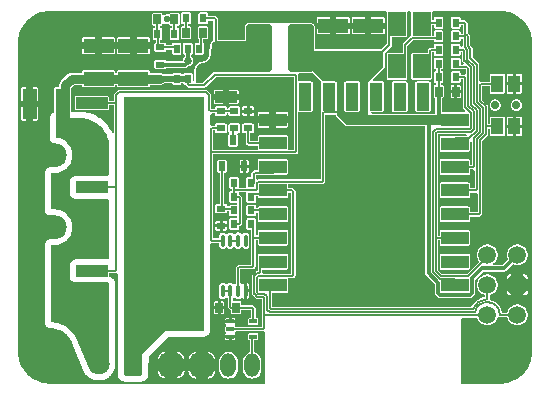
<source format=gtl>
G04*
G04 #@! TF.GenerationSoftware,Altium Limited,Altium Designer,20.1.8 (145)*
G04*
G04 Layer_Physical_Order=1*
G04 Layer_Color=2232046*
%FSAX44Y44*%
%MOMM*%
G71*
G04*
G04 #@! TF.SameCoordinates,10942F88-9478-473C-A78C-30CC682ACA8F*
G04*
G04*
G04 #@! TF.FilePolarity,Positive*
G04*
G01*
G75*
%ADD13C,0.2032*%
%ADD16C,0.1270*%
G04:AMPARAMS|DCode=18|XSize=0.35mm|YSize=0.6mm|CornerRadius=0.0018mm|HoleSize=0mm|Usage=FLASHONLY|Rotation=90.000|XOffset=0mm|YOffset=0mm|HoleType=Round|Shape=RoundedRectangle|*
%AMROUNDEDRECTD18*
21,1,0.3500,0.5965,0,0,90.0*
21,1,0.3465,0.6000,0,0,90.0*
1,1,0.0035,0.2983,0.1733*
1,1,0.0035,0.2983,-0.1733*
1,1,0.0035,-0.2983,-0.1733*
1,1,0.0035,-0.2983,0.1733*
%
%ADD18ROUNDEDRECTD18*%
G04:AMPARAMS|DCode=19|XSize=2.55mm|YSize=1.2mm|CornerRadius=0.006mm|HoleSize=0mm|Usage=FLASHONLY|Rotation=90.000|XOffset=0mm|YOffset=0mm|HoleType=Round|Shape=RoundedRectangle|*
%AMROUNDEDRECTD19*
21,1,2.5500,1.1880,0,0,90.0*
21,1,2.5380,1.2000,0,0,90.0*
1,1,0.0120,0.5940,1.2690*
1,1,0.0120,0.5940,-1.2690*
1,1,0.0120,-0.5940,-1.2690*
1,1,0.0120,-0.5940,1.2690*
%
%ADD19ROUNDEDRECTD19*%
G04:AMPARAMS|DCode=20|XSize=2.55mm|YSize=1.2mm|CornerRadius=0.006mm|HoleSize=0mm|Usage=FLASHONLY|Rotation=0.000|XOffset=0mm|YOffset=0mm|HoleType=Round|Shape=RoundedRectangle|*
%AMROUNDEDRECTD20*
21,1,2.5500,1.1880,0,0,0.0*
21,1,2.5380,1.2000,0,0,0.0*
1,1,0.0120,1.2690,-0.5940*
1,1,0.0120,-1.2690,-0.5940*
1,1,0.0120,-1.2690,0.5940*
1,1,0.0120,1.2690,0.5940*
%
%ADD20ROUNDEDRECTD20*%
G04:AMPARAMS|DCode=21|XSize=1.1mm|YSize=2.3mm|CornerRadius=0.0055mm|HoleSize=0mm|Usage=FLASHONLY|Rotation=270.000|XOffset=0mm|YOffset=0mm|HoleType=Round|Shape=RoundedRectangle|*
%AMROUNDEDRECTD21*
21,1,1.1000,2.2890,0,0,270.0*
21,1,1.0890,2.3000,0,0,270.0*
1,1,0.0110,-1.1445,-0.5445*
1,1,0.0110,-1.1445,0.5445*
1,1,0.0110,1.1445,0.5445*
1,1,0.0110,1.1445,-0.5445*
%
%ADD21ROUNDEDRECTD21*%
G04:AMPARAMS|DCode=22|XSize=1.1mm|YSize=2.3mm|CornerRadius=0.0055mm|HoleSize=0mm|Usage=FLASHONLY|Rotation=0.000|XOffset=0mm|YOffset=0mm|HoleType=Round|Shape=RoundedRectangle|*
%AMROUNDEDRECTD22*
21,1,1.1000,2.2890,0,0,0.0*
21,1,1.0890,2.3000,0,0,0.0*
1,1,0.0110,0.5445,-1.1445*
1,1,0.0110,-0.5445,-1.1445*
1,1,0.0110,-0.5445,1.1445*
1,1,0.0110,0.5445,1.1445*
%
%ADD22ROUNDEDRECTD22*%
G04:AMPARAMS|DCode=23|XSize=0.75mm|YSize=0.55mm|CornerRadius=0.0028mm|HoleSize=0mm|Usage=FLASHONLY|Rotation=90.000|XOffset=0mm|YOffset=0mm|HoleType=Round|Shape=RoundedRectangle|*
%AMROUNDEDRECTD23*
21,1,0.7500,0.5445,0,0,90.0*
21,1,0.7445,0.5500,0,0,90.0*
1,1,0.0055,0.2723,0.3723*
1,1,0.0055,0.2723,-0.3723*
1,1,0.0055,-0.2723,-0.3723*
1,1,0.0055,-0.2723,0.3723*
%
%ADD23ROUNDEDRECTD23*%
G04:AMPARAMS|DCode=24|XSize=0.85mm|YSize=0.6mm|CornerRadius=0.003mm|HoleSize=0mm|Usage=FLASHONLY|Rotation=90.000|XOffset=0mm|YOffset=0mm|HoleType=Round|Shape=RoundedRectangle|*
%AMROUNDEDRECTD24*
21,1,0.8500,0.5940,0,0,90.0*
21,1,0.8440,0.6000,0,0,90.0*
1,1,0.0060,0.2970,0.4220*
1,1,0.0060,0.2970,-0.4220*
1,1,0.0060,-0.2970,-0.4220*
1,1,0.0060,-0.2970,0.4220*
%
%ADD24ROUNDEDRECTD24*%
G04:AMPARAMS|DCode=25|XSize=0.54mm|YSize=0.75mm|CornerRadius=0.0027mm|HoleSize=0mm|Usage=FLASHONLY|Rotation=0.000|XOffset=0mm|YOffset=0mm|HoleType=Round|Shape=RoundedRectangle|*
%AMROUNDEDRECTD25*
21,1,0.5400,0.7446,0,0,0.0*
21,1,0.5346,0.7500,0,0,0.0*
1,1,0.0054,0.2673,-0.3723*
1,1,0.0054,-0.2673,-0.3723*
1,1,0.0054,-0.2673,0.3723*
1,1,0.0054,0.2673,0.3723*
%
%ADD25ROUNDEDRECTD25*%
G04:AMPARAMS|DCode=26|XSize=0.95mm|YSize=2.65mm|CornerRadius=0.0048mm|HoleSize=0mm|Usage=FLASHONLY|Rotation=90.000|XOffset=0mm|YOffset=0mm|HoleType=Round|Shape=RoundedRectangle|*
%AMROUNDEDRECTD26*
21,1,0.9500,2.6405,0,0,90.0*
21,1,0.9405,2.6500,0,0,90.0*
1,1,0.0095,1.3203,0.4703*
1,1,0.0095,1.3203,-0.4703*
1,1,0.0095,-1.3203,-0.4703*
1,1,0.0095,-1.3203,0.4703*
%
%ADD26ROUNDEDRECTD26*%
G04:AMPARAMS|DCode=27|XSize=5.55mm|YSize=6.8mm|CornerRadius=0.0278mm|HoleSize=0mm|Usage=FLASHONLY|Rotation=90.000|XOffset=0mm|YOffset=0mm|HoleType=Round|Shape=RoundedRectangle|*
%AMROUNDEDRECTD27*
21,1,5.5500,6.7445,0,0,90.0*
21,1,5.4945,6.8000,0,0,90.0*
1,1,0.0555,3.3723,2.7473*
1,1,0.0555,3.3723,-2.7473*
1,1,0.0555,-3.3723,-2.7473*
1,1,0.0555,-3.3723,2.7473*
%
%ADD27ROUNDEDRECTD27*%
%ADD28O,0.3500X1.1500*%
G04:AMPARAMS|DCode=29|XSize=0.75mm|YSize=0.55mm|CornerRadius=0.0028mm|HoleSize=0mm|Usage=FLASHONLY|Rotation=0.000|XOffset=0mm|YOffset=0mm|HoleType=Round|Shape=RoundedRectangle|*
%AMROUNDEDRECTD29*
21,1,0.7500,0.5445,0,0,0.0*
21,1,0.7445,0.5500,0,0,0.0*
1,1,0.0055,0.3723,-0.2723*
1,1,0.0055,-0.3723,-0.2723*
1,1,0.0055,-0.3723,0.2723*
1,1,0.0055,0.3723,0.2723*
%
%ADD29ROUNDEDRECTD29*%
G04:AMPARAMS|DCode=30|XSize=1.4mm|YSize=1.05mm|CornerRadius=0.0053mm|HoleSize=0mm|Usage=FLASHONLY|Rotation=90.000|XOffset=0mm|YOffset=0mm|HoleType=Round|Shape=RoundedRectangle|*
%AMROUNDEDRECTD30*
21,1,1.4000,1.0395,0,0,90.0*
21,1,1.3895,1.0500,0,0,90.0*
1,1,0.0105,0.5198,0.6948*
1,1,0.0105,0.5198,-0.6948*
1,1,0.0105,-0.5198,-0.6948*
1,1,0.0105,-0.5198,0.6948*
%
%ADD30ROUNDEDRECTD30*%
G04:AMPARAMS|DCode=31|XSize=1.85mm|YSize=1mm|CornerRadius=0.005mm|HoleSize=0mm|Usage=FLASHONLY|Rotation=180.000|XOffset=0mm|YOffset=0mm|HoleType=Round|Shape=RoundedRectangle|*
%AMROUNDEDRECTD31*
21,1,1.8500,0.9900,0,0,180.0*
21,1,1.8400,1.0000,0,0,180.0*
1,1,0.0100,-0.9200,0.4950*
1,1,0.0100,0.9200,0.4950*
1,1,0.0100,0.9200,-0.4950*
1,1,0.0100,-0.9200,-0.4950*
%
%ADD31ROUNDEDRECTD31*%
G04:AMPARAMS|DCode=32|XSize=0.55mm|YSize=0.8mm|CornerRadius=0.0028mm|HoleSize=0mm|Usage=FLASHONLY|Rotation=180.000|XOffset=0mm|YOffset=0mm|HoleType=Round|Shape=RoundedRectangle|*
%AMROUNDEDRECTD32*
21,1,0.5500,0.7945,0,0,180.0*
21,1,0.5445,0.8000,0,0,180.0*
1,1,0.0055,-0.2723,0.3973*
1,1,0.0055,0.2723,0.3973*
1,1,0.0055,0.2723,-0.3973*
1,1,0.0055,-0.2723,-0.3973*
%
%ADD32ROUNDEDRECTD32*%
G04:AMPARAMS|DCode=33|XSize=4mm|YSize=2.2mm|CornerRadius=0.22mm|HoleSize=0mm|Usage=FLASHONLY|Rotation=90.000|XOffset=0mm|YOffset=0mm|HoleType=Round|Shape=RoundedRectangle|*
%AMROUNDEDRECTD33*
21,1,4.0000,1.7600,0,0,90.0*
21,1,3.5600,2.2000,0,0,90.0*
1,1,0.4400,0.8800,1.7800*
1,1,0.4400,0.8800,-1.7800*
1,1,0.4400,-0.8800,-1.7800*
1,1,0.4400,-0.8800,1.7800*
%
%ADD33ROUNDEDRECTD33*%
%ADD51C,1.5000*%
G04:AMPARAMS|DCode=52|XSize=1.5mm|YSize=1.5mm|CornerRadius=0.15mm|HoleSize=0mm|Usage=FLASHONLY|Rotation=180.000|XOffset=0mm|YOffset=0mm|HoleType=Round|Shape=RoundedRectangle|*
%AMROUNDEDRECTD52*
21,1,1.5000,1.2000,0,0,180.0*
21,1,1.2000,1.5000,0,0,180.0*
1,1,0.3000,-0.6000,0.6000*
1,1,0.3000,0.6000,0.6000*
1,1,0.3000,0.6000,-0.6000*
1,1,0.3000,-0.6000,-0.6000*
%
%ADD52ROUNDEDRECTD52*%
G04:AMPARAMS|DCode=60|XSize=1.5mm|YSize=2mm|CornerRadius=0.0075mm|HoleSize=0mm|Usage=FLASHONLY|Rotation=0.000|XOffset=0mm|YOffset=0mm|HoleType=Round|Shape=RoundedRectangle|*
%AMROUNDEDRECTD60*
21,1,1.5000,1.9850,0,0,0.0*
21,1,1.4850,2.0000,0,0,0.0*
1,1,0.0150,0.7425,-0.9925*
1,1,0.0150,-0.7425,-0.9925*
1,1,0.0150,-0.7425,0.9925*
1,1,0.0150,0.7425,0.9925*
%
%ADD60ROUNDEDRECTD60*%
%ADD61C,0.7620*%
%ADD62C,0.3048*%
%ADD63C,0.1524*%
%ADD64C,0.5080*%
%ADD65C,0.8128*%
%ADD66C,0.6700*%
G04:AMPARAMS|DCode=67|XSize=1.6mm|YSize=2mm|CornerRadius=0.16mm|HoleSize=0mm|Usage=FLASHONLY|Rotation=0.000|XOffset=0mm|YOffset=0mm|HoleType=Round|Shape=RoundedRectangle|*
%AMROUNDEDRECTD67*
21,1,1.6000,1.6800,0,0,0.0*
21,1,1.2800,2.0000,0,0,0.0*
1,1,0.3200,0.6400,-0.8400*
1,1,0.3200,-0.6400,-0.8400*
1,1,0.3200,-0.6400,0.8400*
1,1,0.3200,0.6400,0.8400*
%
%ADD67ROUNDEDRECTD67*%
%ADD68C,1.8000*%
%ADD69O,4.0000X2.0000*%
%ADD70C,0.7000*%
%ADD71C,3.8000*%
G04:AMPARAMS|DCode=72|XSize=1.3mm|YSize=2mm|CornerRadius=0.65mm|HoleSize=0mm|Usage=FLASHONLY|Rotation=0.000|XOffset=0mm|YOffset=0mm|HoleType=Round|Shape=RoundedRectangle|*
%AMROUNDEDRECTD72*
21,1,1.3000,0.7000,0,0,0.0*
21,1,0.0000,2.0000,0,0,0.0*
1,1,1.3000,0.0000,-0.3500*
1,1,1.3000,0.0000,-0.3500*
1,1,1.3000,0.0000,0.3500*
1,1,1.3000,0.0000,0.3500*
%
%ADD72ROUNDEDRECTD72*%
G04:AMPARAMS|DCode=73|XSize=2mm|YSize=2mm|CornerRadius=0.5mm|HoleSize=0mm|Usage=FLASHONLY|Rotation=0.000|XOffset=0mm|YOffset=0mm|HoleType=Round|Shape=RoundedRectangle|*
%AMROUNDEDRECTD73*
21,1,2.0000,1.0000,0,0,0.0*
21,1,1.0000,2.0000,0,0,0.0*
1,1,1.0000,0.5000,-0.5000*
1,1,1.0000,-0.5000,-0.5000*
1,1,1.0000,-0.5000,0.5000*
1,1,1.0000,0.5000,0.5000*
%
%ADD73ROUNDEDRECTD73*%
%ADD74C,0.6600*%
%ADD75C,0.5600*%
G36*
X00412187Y00317783D02*
X00414360Y00317526D01*
X00416506Y00317099D01*
X00418612Y00316505D01*
X00420665Y00315748D01*
X00422652Y00314832D01*
X00424562Y00313762D01*
X00426381Y00312547D01*
X00428100Y00311192D01*
X00429706Y00309706D01*
X00431192Y00308099D01*
X00432547Y00306381D01*
X00433762Y00304562D01*
X00434832Y00302652D01*
X00435748Y00300665D01*
X00436505Y00298612D01*
X00437099Y00296506D01*
X00437526Y00294360D01*
X00437783Y00292187D01*
X00437815Y00291387D01*
X00437855Y00290000D01*
X00437855Y00290000D01*
X00437855Y00288637D01*
Y00030000D01*
X00437866Y00029915D01*
X00437783Y00027813D01*
X00437526Y00025640D01*
X00437099Y00023494D01*
X00436505Y00021388D01*
X00435748Y00019335D01*
X00434832Y00017348D01*
X00433762Y00015438D01*
X00432547Y00013619D01*
X00431192Y00011901D01*
X00429706Y00010294D01*
X00428100Y00008808D01*
X00426381Y00007454D01*
X00424562Y00006238D01*
X00422652Y00005168D01*
X00420665Y00004252D01*
X00418612Y00003495D01*
X00416506Y00002901D01*
X00414360Y00002474D01*
X00412187Y00002217D01*
X00411387Y00002185D01*
X00410000Y00002145D01*
X00410000Y00002145D01*
X00408627Y00002145D01*
X00377494D01*
Y00057227D01*
X00378777Y00057940D01*
X00391250D01*
X00391546Y00057069D01*
X00392055Y00056038D01*
X00392693Y00055082D01*
X00393451Y00054217D01*
X00394316Y00053459D01*
X00395272Y00052821D01*
X00396303Y00052312D01*
X00397391Y00051943D01*
X00398519Y00051718D01*
X00399666Y00051643D01*
X00400813Y00051718D01*
X00401941Y00051943D01*
X00403029Y00052312D01*
X00404060Y00052821D01*
X00405016Y00053459D01*
X00405881Y00054217D01*
X00406639Y00055082D01*
X00407277Y00056038D01*
X00407786Y00057069D01*
X00408106Y00058011D01*
X00408604Y00058307D01*
X00409677Y00058645D01*
X00409844Y00058576D01*
X00410341Y00058511D01*
X00416506D01*
X00416577Y00058157D01*
X00416946Y00057069D01*
X00417455Y00056038D01*
X00418093Y00055082D01*
X00418851Y00054217D01*
X00419716Y00053459D01*
X00420672Y00052821D01*
X00421703Y00052312D01*
X00422791Y00051943D01*
X00423919Y00051718D01*
X00425066Y00051643D01*
X00426213Y00051718D01*
X00427341Y00051943D01*
X00428429Y00052312D01*
X00429460Y00052821D01*
X00430416Y00053459D01*
X00431281Y00054217D01*
X00432039Y00055082D01*
X00432677Y00056038D01*
X00433186Y00057069D01*
X00433555Y00058157D01*
X00433780Y00059285D01*
X00433855Y00060432D01*
X00433780Y00061579D01*
X00433555Y00062707D01*
X00433186Y00063795D01*
X00432677Y00064826D01*
X00432039Y00065782D01*
X00431281Y00066647D01*
X00430416Y00067405D01*
X00429460Y00068043D01*
X00428429Y00068552D01*
X00427341Y00068921D01*
X00426213Y00069146D01*
X00425066Y00069221D01*
X00423919Y00069146D01*
X00422791Y00068921D01*
X00421703Y00068552D01*
X00420672Y00068043D01*
X00419716Y00067405D01*
X00418851Y00066647D01*
X00418093Y00065782D01*
X00417455Y00064826D01*
X00416946Y00063795D01*
X00416577Y00062707D01*
X00416506Y00062353D01*
X00412100D01*
X00411950Y00063236D01*
X00411559Y00064594D01*
X00411018Y00065899D01*
X00410335Y00067136D01*
X00409517Y00068288D01*
X00408576Y00069341D01*
X00407522Y00070283D01*
X00406370Y00071101D01*
X00405133Y00071784D01*
X00403828Y00072325D01*
X00402813Y00072617D01*
X00401522Y00073150D01*
X00401587Y00073647D01*
Y00077272D01*
X00401941Y00077343D01*
X00403029Y00077712D01*
X00404060Y00078221D01*
X00405016Y00078859D01*
X00405881Y00079617D01*
X00406639Y00080482D01*
X00407277Y00081438D01*
X00407786Y00082469D01*
X00408155Y00083557D01*
X00408380Y00084685D01*
X00408455Y00085832D01*
X00408380Y00086979D01*
X00408155Y00088107D01*
X00407786Y00089195D01*
X00407277Y00090226D01*
X00406639Y00091182D01*
X00405881Y00092047D01*
X00405016Y00092805D01*
X00404060Y00093443D01*
X00403029Y00093952D01*
X00401941Y00094321D01*
X00400813Y00094546D01*
X00399666Y00094621D01*
X00398519Y00094546D01*
X00397391Y00094321D01*
X00396303Y00093952D01*
X00395272Y00093443D01*
X00394316Y00092805D01*
X00393451Y00092047D01*
X00392693Y00091182D01*
X00392055Y00090226D01*
X00391546Y00089195D01*
X00391177Y00088107D01*
X00390952Y00086979D01*
X00390877Y00085832D01*
X00390952Y00084685D01*
X00391177Y00083557D01*
X00391546Y00082469D01*
X00392055Y00081438D01*
X00392693Y00080482D01*
X00393451Y00079617D01*
X00394316Y00078859D01*
X00395272Y00078221D01*
X00396303Y00077712D01*
X00397391Y00077343D01*
X00397745Y00077272D01*
Y00075443D01*
X00396286Y00075195D01*
X00394649Y00074724D01*
X00393076Y00074072D01*
X00391585Y00073248D01*
X00390196Y00072262D01*
X00388926Y00071127D01*
X00387791Y00069857D01*
X00386805Y00068468D01*
X00385981Y00066977D01*
X00385934Y00066863D01*
X00217488D01*
Y00078885D01*
X00229641D01*
X00229986Y00078930D01*
X00230309Y00079064D01*
X00230585Y00079276D01*
X00230798Y00079553D01*
X00230931Y00079875D01*
X00230977Y00080221D01*
Y00091111D01*
X00231011Y00091150D01*
X00234494D01*
X00234494Y00091150D01*
X00234991Y00091215D01*
X00235455Y00091407D01*
X00235853Y00091712D01*
X00236817Y00092676D01*
X00236817Y00092676D01*
X00237122Y00093074D01*
X00237314Y00093538D01*
X00237379Y00094035D01*
X00237379Y00094035D01*
Y00164740D01*
X00237314Y00165238D01*
X00237122Y00165701D01*
X00236817Y00166099D01*
X00236817Y00166099D01*
X00235881Y00167035D01*
X00235483Y00167340D01*
X00235019Y00167532D01*
X00234522Y00167598D01*
X00234522Y00167598D01*
X00230977D01*
Y00171121D01*
X00231011Y00171160D01*
X00259688D01*
X00259688Y00171160D01*
X00260185Y00171225D01*
X00260649Y00171417D01*
X00261047Y00171722D01*
X00261933Y00172608D01*
X00261933Y00172608D01*
X00262238Y00173006D01*
X00262430Y00173470D01*
X00262496Y00173967D01*
X00262495Y00173967D01*
Y00229868D01*
X00270955D01*
X00271042Y00229434D01*
X00271042Y00229434D01*
X00271042Y00229434D01*
X00271172Y00229239D01*
X00271322Y00229014D01*
X00279942Y00220392D01*
X00280363Y00220112D01*
X00280858Y00220013D01*
X00298778Y00220013D01*
X00298792Y00220016D01*
X00347253D01*
Y00095381D01*
X00347349Y00094652D01*
X00347631Y00093972D01*
X00348078Y00093389D01*
X00355039Y00086428D01*
Y00079041D01*
X00355135Y00078312D01*
X00355417Y00077632D01*
X00355865Y00077048D01*
X00357534Y00075379D01*
X00358117Y00074931D01*
X00358797Y00074650D01*
X00359526Y00074554D01*
X00384777D01*
X00385506Y00074650D01*
X00386186Y00074931D01*
X00386769Y00075379D01*
X00388571Y00077181D01*
X00389019Y00077764D01*
X00389300Y00078444D01*
X00389396Y00079173D01*
Y00090014D01*
X00396232Y00096850D01*
X00413502D01*
X00414231Y00096946D01*
X00414911Y00097227D01*
X00415495Y00097675D01*
X00421186Y00103367D01*
X00421703Y00103112D01*
X00422791Y00102743D01*
X00423919Y00102518D01*
X00425066Y00102443D01*
X00426213Y00102518D01*
X00427341Y00102743D01*
X00428429Y00103112D01*
X00429460Y00103621D01*
X00430416Y00104259D01*
X00431281Y00105017D01*
X00432039Y00105882D01*
X00432677Y00106838D01*
X00433186Y00107869D01*
X00433555Y00108957D01*
X00433780Y00110085D01*
X00433855Y00111232D01*
X00433780Y00112379D01*
X00433555Y00113507D01*
X00433186Y00114595D01*
X00432677Y00115626D01*
X00432039Y00116582D01*
X00431281Y00117447D01*
X00430416Y00118205D01*
X00429460Y00118843D01*
X00428429Y00119352D01*
X00427341Y00119721D01*
X00426213Y00119946D01*
X00425066Y00120021D01*
X00423919Y00119946D01*
X00422791Y00119721D01*
X00421703Y00119352D01*
X00420672Y00118843D01*
X00419716Y00118205D01*
X00418851Y00117447D01*
X00418093Y00116582D01*
X00417455Y00115626D01*
X00416946Y00114595D01*
X00416577Y00113507D01*
X00416352Y00112379D01*
X00416277Y00111232D01*
X00416352Y00110085D01*
X00416577Y00108957D01*
X00416946Y00107869D01*
X00417201Y00107352D01*
X00412335Y00102486D01*
X00404877D01*
X00404453Y00103883D01*
X00405016Y00104259D01*
X00405881Y00105017D01*
X00406639Y00105882D01*
X00407277Y00106838D01*
X00407786Y00107869D01*
X00408155Y00108957D01*
X00408380Y00110085D01*
X00408455Y00111232D01*
X00408380Y00112379D01*
X00408155Y00113507D01*
X00407786Y00114595D01*
X00407277Y00115626D01*
X00406639Y00116582D01*
X00405881Y00117447D01*
X00405016Y00118205D01*
X00404060Y00118843D01*
X00403029Y00119352D01*
X00401941Y00119721D01*
X00400813Y00119946D01*
X00399666Y00120021D01*
X00398519Y00119946D01*
X00397391Y00119721D01*
X00396303Y00119352D01*
X00395272Y00118843D01*
X00394316Y00118205D01*
X00393451Y00117447D01*
X00392693Y00116582D01*
X00392055Y00115626D01*
X00391546Y00114595D01*
X00391177Y00113507D01*
X00390952Y00112379D01*
X00390877Y00111232D01*
X00390952Y00110085D01*
X00391177Y00108957D01*
X00391546Y00107869D01*
X00392055Y00106838D01*
X00392693Y00105882D01*
X00393169Y00105339D01*
X00382823Y00094993D01*
X00361619D01*
X00357962Y00098650D01*
Y00123623D01*
X00359370D01*
Y00120099D01*
X00359416Y00119753D01*
X00359549Y00119431D01*
X00359762Y00119154D01*
X00360038Y00118942D01*
X00360361Y00118808D01*
X00360706Y00118763D01*
X00383597D01*
X00383942Y00118808D01*
X00384265Y00118942D01*
X00384542Y00119154D01*
X00384754Y00119431D01*
X00384887Y00119753D01*
X00384933Y00120099D01*
Y00130989D01*
X00384887Y00131335D01*
X00384754Y00131657D01*
X00384542Y00131934D01*
X00384265Y00132146D01*
X00383942Y00132280D01*
X00383597Y00132325D01*
X00360706D01*
X00360361Y00132280D01*
X00360038Y00132146D01*
X00359762Y00131934D01*
X00359549Y00131657D01*
X00359416Y00131335D01*
X00359370Y00130989D01*
Y00127465D01*
X00357962D01*
Y00213500D01*
X00381609D01*
X00382355Y00212103D01*
X00382346Y00212088D01*
X00372152D01*
X00372100Y00212081D01*
X00360706D01*
X00360361Y00212036D01*
X00360038Y00211902D01*
X00359762Y00211690D01*
X00359549Y00211413D01*
X00359416Y00211091D01*
X00359370Y00210745D01*
Y00199855D01*
X00359416Y00199509D01*
X00359549Y00199187D01*
X00359762Y00198910D01*
X00360038Y00198698D01*
X00360361Y00198564D01*
X00360706Y00198519D01*
X00383597D01*
X00383942Y00198564D01*
X00384265Y00198698D01*
X00384542Y00198910D01*
X00384754Y00199187D01*
X00384887Y00199509D01*
X00384933Y00199855D01*
Y00206848D01*
X00385048Y00206943D01*
X00386392Y00206311D01*
X00386445Y00206220D01*
Y00187409D01*
X00384933D01*
Y00190933D01*
X00384887Y00191279D01*
X00384754Y00191601D01*
X00384542Y00191878D01*
X00384265Y00192090D01*
X00383942Y00192224D01*
X00383597Y00192269D01*
X00360706D01*
X00360361Y00192224D01*
X00360038Y00192090D01*
X00359762Y00191878D01*
X00359549Y00191601D01*
X00359416Y00191279D01*
X00359370Y00190933D01*
Y00180043D01*
X00359416Y00179697D01*
X00359549Y00179375D01*
X00359762Y00179098D01*
X00360038Y00178886D01*
X00360361Y00178752D01*
X00360706Y00178707D01*
X00383597D01*
X00383942Y00178752D01*
X00384265Y00178886D01*
X00384542Y00179098D01*
X00384754Y00179375D01*
X00384887Y00179697D01*
X00384933Y00180043D01*
Y00183567D01*
X00387452D01*
X00387452Y00183567D01*
X00387588Y00183584D01*
X00388583Y00182983D01*
X00388985Y00182571D01*
Y00167598D01*
X00384933D01*
Y00171121D01*
X00384887Y00171467D01*
X00384754Y00171789D01*
X00384542Y00172066D01*
X00384265Y00172278D01*
X00383942Y00172412D01*
X00383597Y00172457D01*
X00360706D01*
X00360361Y00172412D01*
X00360038Y00172278D01*
X00359762Y00172066D01*
X00359549Y00171789D01*
X00359416Y00171467D01*
X00359370Y00171121D01*
Y00160231D01*
X00359416Y00159885D01*
X00359549Y00159563D01*
X00359762Y00159286D01*
X00360038Y00159074D01*
X00360361Y00158940D01*
X00360706Y00158895D01*
X00383597D01*
X00383942Y00158940D01*
X00384265Y00159074D01*
X00384542Y00159286D01*
X00384754Y00159563D01*
X00384887Y00159885D01*
X00384933Y00160231D01*
Y00163755D01*
X00389975D01*
X00389975Y00163755D01*
X00390127Y00163775D01*
X00391113Y00163184D01*
X00391525Y00162776D01*
Y00147277D01*
X00384933D01*
Y00150801D01*
X00384887Y00151147D01*
X00384754Y00151469D01*
X00384542Y00151746D01*
X00384265Y00151958D01*
X00383942Y00152092D01*
X00383597Y00152137D01*
X00360706D01*
X00360361Y00152092D01*
X00360038Y00151958D01*
X00359762Y00151746D01*
X00359549Y00151469D01*
X00359416Y00151147D01*
X00359370Y00150801D01*
Y00139911D01*
X00359416Y00139565D01*
X00359549Y00139243D01*
X00359762Y00138966D01*
X00360038Y00138754D01*
X00360361Y00138620D01*
X00360706Y00138575D01*
X00383597D01*
X00383942Y00138620D01*
X00384265Y00138754D01*
X00384542Y00138966D01*
X00384754Y00139243D01*
X00384887Y00139565D01*
X00384933Y00139911D01*
Y00143435D01*
X00392558D01*
X00392559Y00143435D01*
X00393056Y00143500D01*
X00393519Y00143692D01*
X00393917Y00143997D01*
X00394805Y00144885D01*
X00394805Y00144885D01*
X00395110Y00145283D01*
X00395302Y00145746D01*
X00395368Y00146243D01*
X00395367Y00146244D01*
Y00207558D01*
X00399631Y00211821D01*
X00399631Y00211821D01*
X00399936Y00212219D01*
X00400128Y00212682D01*
X00400193Y00213179D01*
X00400193Y00213180D01*
Y00218079D01*
X00401603D01*
Y00213053D01*
X00401648Y00212707D01*
X00401781Y00212386D01*
X00401993Y00212109D01*
X00402270Y00211897D01*
X00402591Y00211764D01*
X00402937Y00211719D01*
X00413331D01*
X00413677Y00211764D01*
X00413998Y00211897D01*
X00414275Y00212109D01*
X00414487Y00212386D01*
X00414620Y00212707D01*
X00414665Y00213053D01*
Y00226947D01*
X00414620Y00227293D01*
X00414487Y00227614D01*
X00414275Y00227891D01*
X00413998Y00228103D01*
X00413677Y00228236D01*
X00413331Y00228281D01*
X00402937D01*
X00402591Y00228236D01*
X00402270Y00228103D01*
X00401993Y00227891D01*
X00401781Y00227614D01*
X00401648Y00227293D01*
X00401603Y00226947D01*
Y00221922D01*
X00400178D01*
Y00236883D01*
X00400178Y00236883D01*
X00400112Y00237381D01*
X00399921Y00237844D01*
X00399615Y00238242D01*
X00399615Y00238242D01*
X00395505Y00242352D01*
Y00254079D01*
X00401603D01*
Y00249053D01*
X00401648Y00248707D01*
X00401781Y00248386D01*
X00401993Y00248109D01*
X00402270Y00247897D01*
X00402591Y00247764D01*
X00402937Y00247719D01*
X00413331D01*
X00413677Y00247764D01*
X00413998Y00247897D01*
X00414275Y00248109D01*
X00414487Y00248386D01*
X00414620Y00248707D01*
X00414665Y00249053D01*
Y00262948D01*
X00414620Y00263293D01*
X00414487Y00263614D01*
X00414275Y00263891D01*
X00413998Y00264103D01*
X00413677Y00264236D01*
X00413331Y00264281D01*
X00402937D01*
X00402591Y00264236D01*
X00402270Y00264103D01*
X00401993Y00263891D01*
X00401781Y00263614D01*
X00401648Y00263293D01*
X00401603Y00262948D01*
Y00257921D01*
X00394511D01*
X00394363Y00257902D01*
X00393374Y00258496D01*
X00392966Y00258905D01*
Y00271975D01*
X00392966Y00271975D01*
X00392900Y00272473D01*
X00392708Y00272936D01*
X00392403Y00273334D01*
X00392403Y00273334D01*
X00387368Y00278369D01*
Y00285815D01*
X00387302Y00286312D01*
X00387110Y00286775D01*
X00386805Y00287174D01*
X00386805Y00287174D01*
X00385070Y00288909D01*
Y00296388D01*
X00385070Y00296388D01*
X00385005Y00296886D01*
X00384813Y00297349D01*
X00384507Y00297747D01*
X00384507Y00297747D01*
X00383091Y00299163D01*
Y00306760D01*
X00383091Y00306760D01*
X00383025Y00307257D01*
X00382833Y00307721D01*
X00382528Y00308119D01*
X00382528Y00308119D01*
X00381542Y00309105D01*
X00381144Y00309410D01*
X00380681Y00309602D01*
X00380183Y00309668D01*
X00380183Y00309668D01*
X00376995D01*
Y00311469D01*
X00376951Y00311807D01*
X00376820Y00312123D01*
X00376612Y00312394D01*
X00376341Y00312602D01*
X00376025Y00312733D01*
X00375686Y00312777D01*
X00370242D01*
X00369903Y00312733D01*
X00369587Y00312602D01*
X00369316Y00312394D01*
X00369108Y00312123D01*
X00368977Y00311807D01*
X00368933Y00311469D01*
Y00304024D01*
X00368977Y00303685D01*
X00369108Y00303369D01*
X00369316Y00303098D01*
X00369587Y00302890D01*
X00369903Y00302760D01*
X00370242Y00302715D01*
X00375686D01*
X00376025Y00302760D01*
X00376341Y00302890D01*
X00376612Y00303098D01*
X00376820Y00303369D01*
X00376951Y00303685D01*
X00376995Y00304024D01*
Y00305825D01*
X00379248D01*
Y00298368D01*
X00379248Y00298367D01*
X00379071Y00298165D01*
X00376995D01*
Y00299966D01*
X00376951Y00300305D01*
X00376820Y00300620D01*
X00376612Y00300891D01*
X00376341Y00301099D01*
X00376025Y00301230D01*
X00375686Y00301275D01*
X00370242D01*
X00369903Y00301230D01*
X00369587Y00301099D01*
X00369316Y00300891D01*
X00369108Y00300620D01*
X00368977Y00300305D01*
X00368933Y00299966D01*
Y00292521D01*
X00368977Y00292182D01*
X00369108Y00291867D01*
X00369316Y00291596D01*
X00369587Y00291388D01*
X00369903Y00291257D01*
X00370242Y00291212D01*
X00375686D01*
X00376025Y00291257D01*
X00376341Y00291388D01*
X00376612Y00291596D01*
X00376820Y00291867D01*
X00376951Y00292182D01*
X00376995Y00292521D01*
Y00294322D01*
X00378687D01*
Y00288026D01*
X00377393Y00286813D01*
X00376995Y00286849D01*
Y00288383D01*
X00376951Y00288722D01*
X00376820Y00289038D01*
X00376612Y00289309D01*
X00376341Y00289517D01*
X00376025Y00289648D01*
X00375686Y00289692D01*
X00370242D01*
X00369903Y00289648D01*
X00369587Y00289517D01*
X00369316Y00289309D01*
X00369108Y00289038D01*
X00368977Y00288722D01*
X00368933Y00288383D01*
Y00280938D01*
X00368977Y00280600D01*
X00369108Y00280284D01*
X00369316Y00280013D01*
X00369587Y00279805D01*
X00369903Y00279674D01*
X00370242Y00279630D01*
X00375686D01*
X00376025Y00279674D01*
X00376341Y00279805D01*
X00376612Y00280013D01*
X00376820Y00280284D01*
X00376951Y00280600D01*
X00376995Y00280938D01*
Y00282740D01*
X00378445D01*
Y00275469D01*
X00378445Y00275469D01*
X00378510Y00274972D01*
X00378702Y00274508D01*
X00379008Y00274110D01*
X00379179Y00273939D01*
X00379179Y00273939D01*
X00379876Y00273242D01*
X00379342Y00271951D01*
X00376995D01*
Y00276881D01*
X00376951Y00277220D01*
X00376820Y00277535D01*
X00376612Y00277806D01*
X00376341Y00278014D01*
X00376025Y00278145D01*
X00375686Y00278190D01*
X00370242D01*
X00369903Y00278145D01*
X00369587Y00278014D01*
X00369316Y00277806D01*
X00369108Y00277535D01*
X00368977Y00277220D01*
X00368933Y00276881D01*
Y00269436D01*
X00368977Y00269097D01*
X00369108Y00268782D01*
X00369316Y00268510D01*
X00369587Y00268302D01*
X00369903Y00268172D01*
X00370242Y00268127D01*
X00372819D01*
X00372964Y00268108D01*
X00381418D01*
X00381503Y00268023D01*
Y00264582D01*
X00381106Y00264168D01*
X00380106Y00263561D01*
X00379979Y00263577D01*
X00379979Y00263577D01*
X00376995D01*
Y00265378D01*
X00376951Y00265717D01*
X00376820Y00266033D01*
X00376612Y00266304D01*
X00376341Y00266512D01*
X00376025Y00266642D01*
X00375686Y00266687D01*
X00370242D01*
X00369903Y00266642D01*
X00369587Y00266512D01*
X00369316Y00266304D01*
X00369108Y00266033D01*
X00368977Y00265717D01*
X00368933Y00265378D01*
Y00257933D01*
X00368977Y00257595D01*
X00369108Y00257279D01*
X00369316Y00257008D01*
X00369587Y00256800D01*
X00369903Y00256669D01*
X00370242Y00256625D01*
X00375686D01*
X00376025Y00256669D01*
X00376341Y00256800D01*
X00376612Y00257008D01*
X00376820Y00257279D01*
X00376951Y00257595D01*
X00376995Y00257933D01*
Y00259734D01*
X00378963D01*
Y00236296D01*
X00378963Y00236295D01*
X00379028Y00235798D01*
X00379220Y00235335D01*
X00379525Y00234937D01*
X00381024Y00233438D01*
X00380489Y00232147D01*
X00361282D01*
Y00243933D01*
X00361434D01*
X00361773Y00243977D01*
X00362090Y00244108D01*
X00362361Y00244317D01*
X00362570Y00244588D01*
X00362701Y00244904D01*
X00362745Y00245244D01*
Y00253684D01*
X00362701Y00254023D01*
X00362570Y00254340D01*
X00362361Y00254611D01*
X00362090Y00254820D01*
X00361773Y00254951D01*
X00361434Y00254995D01*
X00360385D01*
Y00256625D01*
X00361186D01*
X00361525Y00256669D01*
X00361841Y00256800D01*
X00362112Y00257008D01*
X00362320Y00257279D01*
X00362451Y00257595D01*
X00362495Y00257933D01*
Y00265378D01*
X00362451Y00265717D01*
X00362320Y00266033D01*
X00362112Y00266304D01*
X00361841Y00266512D01*
X00361525Y00266642D01*
X00361186Y00266687D01*
X00360385D01*
Y00268127D01*
X00361186D01*
X00361525Y00268172D01*
X00361841Y00268302D01*
X00362112Y00268510D01*
X00362320Y00268782D01*
X00362451Y00269097D01*
X00362495Y00269436D01*
Y00276881D01*
X00362451Y00277220D01*
X00362320Y00277535D01*
X00362112Y00277806D01*
X00361841Y00278014D01*
X00361525Y00278145D01*
X00361186Y00278190D01*
X00355742D01*
X00355403Y00278145D01*
X00355087Y00278014D01*
X00354816Y00277806D01*
X00354608Y00277535D01*
X00354477Y00277220D01*
X00354433Y00276881D01*
Y00269436D01*
X00354477Y00269097D01*
X00354608Y00268782D01*
X00354816Y00268510D01*
X00355087Y00268302D01*
X00355403Y00268172D01*
X00355742Y00268127D01*
X00356543D01*
Y00266687D01*
X00355742D01*
X00355403Y00266642D01*
X00355087Y00266512D01*
X00354816Y00266304D01*
X00354608Y00266033D01*
X00354477Y00265717D01*
X00354433Y00265378D01*
Y00257933D01*
X00354477Y00257595D01*
X00354608Y00257279D01*
X00354816Y00257008D01*
X00355087Y00256800D01*
X00355403Y00256669D01*
X00355742Y00256625D01*
X00356543D01*
Y00254995D01*
X00355494D01*
X00355155Y00254951D01*
X00354838Y00254820D01*
X00354567Y00254611D01*
X00354358Y00254340D01*
X00354227Y00254023D01*
X00354183Y00253684D01*
Y00245244D01*
X00354227Y00244904D01*
X00354358Y00244588D01*
X00354567Y00244317D01*
X00354838Y00244108D01*
X00355155Y00243977D01*
X00355494Y00243933D01*
X00355646D01*
Y00230716D01*
X00302150D01*
X00301217Y00232113D01*
X00301341Y00232413D01*
X00311033D01*
X00311378Y00232458D01*
X00311701Y00232592D01*
X00311978Y00232804D01*
X00312190Y00233081D01*
X00312323Y00233403D01*
X00312369Y00233749D01*
Y00256639D01*
X00312323Y00256985D01*
X00312190Y00257307D01*
X00311978Y00257584D01*
X00311701Y00257796D01*
X00311378Y00257930D01*
X00311033Y00257976D01*
X00303259D01*
X00302724Y00259266D01*
X00312418Y00268960D01*
X00312698Y00269380D01*
X00312797Y00269875D01*
X00312797Y00271141D01*
X00312805Y00271204D01*
Y00281799D01*
X00318366Y00287360D01*
X00318732Y00287837D01*
X00318963Y00288393D01*
X00319041Y00288990D01*
Y00295536D01*
X00330639D01*
X00330990Y00295583D01*
X00331317Y00295718D01*
X00331598Y00295934D01*
X00331814Y00296215D01*
X00331949Y00296542D01*
X00331996Y00296893D01*
Y00316743D01*
X00332804Y00317637D01*
X00333147Y00317855D01*
X00334282D01*
X00334624Y00317637D01*
X00335433Y00316743D01*
Y00296893D01*
X00335464Y00296653D01*
X00335280Y00296577D01*
X00334882Y00296272D01*
X00334882Y00296272D01*
X00328722Y00290112D01*
X00328417Y00289714D01*
X00328225Y00289251D01*
X00328159Y00288753D01*
X00328159Y00288753D01*
Y00282100D01*
X00315789D01*
X00315438Y00282053D01*
X00315111Y00281918D01*
X00314830Y00281702D01*
X00314614Y00281421D01*
X00314479Y00281094D01*
X00314432Y00280743D01*
Y00260893D01*
X00314479Y00260542D01*
X00314614Y00260215D01*
X00314830Y00259934D01*
X00315111Y00259718D01*
X00315438Y00259583D01*
X00315789Y00259536D01*
X00330639D01*
X00330990Y00259583D01*
X00331317Y00259718D01*
X00331598Y00259934D01*
X00331814Y00260215D01*
X00331949Y00260542D01*
X00331996Y00260893D01*
Y00270767D01*
X00332002Y00270818D01*
Y00287957D01*
X00337037Y00292992D01*
X00354433D01*
Y00292521D01*
X00354477Y00292182D01*
X00354608Y00291867D01*
X00354816Y00291596D01*
X00355087Y00291388D01*
X00355403Y00291257D01*
X00355742Y00291212D01*
X00361186D01*
X00361525Y00291257D01*
X00361841Y00291388D01*
X00362112Y00291596D01*
X00362320Y00291867D01*
X00362451Y00292182D01*
X00362495Y00292521D01*
Y00299966D01*
X00362451Y00300305D01*
X00362320Y00300620D01*
X00362112Y00300891D01*
X00361841Y00301099D01*
X00361525Y00301230D01*
X00361186Y00301275D01*
X00355742D01*
X00355403Y00301230D01*
X00355087Y00301099D01*
X00354816Y00300891D01*
X00354608Y00300620D01*
X00354477Y00300305D01*
X00354433Y00299966D01*
Y00296834D01*
X00353047D01*
X00352996Y00296893D01*
Y00305825D01*
X00354433D01*
Y00304024D01*
X00354477Y00303685D01*
X00354608Y00303369D01*
X00354816Y00303098D01*
X00355087Y00302890D01*
X00355403Y00302760D01*
X00355742Y00302715D01*
X00361186D01*
X00361525Y00302760D01*
X00361841Y00302890D01*
X00362112Y00303098D01*
X00362320Y00303369D01*
X00362451Y00303685D01*
X00362495Y00304024D01*
Y00311469D01*
X00362451Y00311807D01*
X00362320Y00312123D01*
X00362112Y00312394D01*
X00361841Y00312602D01*
X00361525Y00312733D01*
X00361186Y00312777D01*
X00355742D01*
X00355403Y00312733D01*
X00355087Y00312602D01*
X00354816Y00312394D01*
X00354608Y00312123D01*
X00354477Y00311807D01*
X00354433Y00311469D01*
Y00309668D01*
X00352996D01*
Y00316743D01*
X00353804Y00317637D01*
X00354146Y00317855D01*
X00410000D01*
X00410084Y00317866D01*
X00412187Y00317783D01*
D02*
G37*
G36*
X00030000Y00317855D02*
X00313282D01*
X00313624Y00317637D01*
X00314432Y00316743D01*
Y00306838D01*
X00314430Y00306818D01*
Y00289945D01*
X00309950Y00285465D01*
X00253813Y00285465D01*
Y00303928D01*
X00253746Y00304608D01*
X00253548Y00305262D01*
X00253226Y00305865D01*
X00252792Y00306394D01*
X00252264Y00306827D01*
X00251661Y00307149D01*
X00251007Y00307348D01*
X00250326Y00307415D01*
X00241567D01*
X00241527Y00307423D01*
X00206527D01*
X00206486Y00307415D01*
X00197726D01*
X00197046Y00307348D01*
X00196392Y00307149D01*
X00195789Y00306827D01*
X00195261Y00306394D01*
X00194827Y00305865D01*
X00194505Y00305262D01*
X00194307Y00304608D01*
X00194240Y00303928D01*
Y00293134D01*
X00172896Y00293133D01*
X00171908Y00294121D01*
Y00310316D01*
X00171838Y00310846D01*
X00171633Y00311341D01*
X00171308Y00311765D01*
X00170220Y00312853D01*
X00169795Y00313179D01*
X00169301Y00313384D01*
X00168771Y00313454D01*
X00163146D01*
Y00315126D01*
X00163101Y00315465D01*
X00162970Y00315781D01*
X00162762Y00316052D01*
X00162491Y00316260D01*
X00162176Y00316391D01*
X00161837Y00316435D01*
X00156392D01*
X00156053Y00316391D01*
X00155738Y00316260D01*
X00155467Y00316052D01*
X00155259Y00315781D01*
X00155128Y00315465D01*
X00155083Y00315126D01*
Y00307682D01*
X00155128Y00307343D01*
X00155259Y00307027D01*
X00155467Y00306756D01*
X00155738Y00306548D01*
X00156053Y00306417D01*
X00156392Y00306373D01*
X00161837D01*
X00162176Y00306417D01*
X00162491Y00306548D01*
X00162762Y00306756D01*
X00162970Y00307027D01*
X00163101Y00307343D01*
X00163146Y00307682D01*
Y00309354D01*
X00167809D01*
Y00292734D01*
X00167776Y00292721D01*
X00167676Y00292658D01*
X00167565Y00292617D01*
X00167052Y00292304D01*
X00166965Y00292224D01*
X00166863Y00292164D01*
X00166416Y00291763D01*
X00166345Y00291668D01*
X00166255Y00291590D01*
X00165887Y00291115D01*
X00165835Y00291009D01*
X00165761Y00290917D01*
X00165485Y00290383D01*
X00165452Y00290269D01*
X00165397Y00290165D01*
X00165222Y00289589D01*
X00165211Y00289472D01*
X00165175Y00289359D01*
X00165141Y00289061D01*
X00165141Y00289061D01*
X00164293Y00281571D01*
X00164294Y00281559D01*
X00164291Y00281547D01*
X00164249Y00281107D01*
X00164094Y00280256D01*
X00163849Y00279446D01*
X00163513Y00278668D01*
X00163091Y00277934D01*
X00162588Y00277253D01*
X00162012Y00276633D01*
X00161368Y00276082D01*
X00160667Y00275609D01*
X00159915Y00275217D01*
X00159124Y00274914D01*
X00158287Y00274699D01*
X00157868Y00274628D01*
X00157372Y00274559D01*
X00157262Y00274521D01*
X00157146Y00274507D01*
X00156157Y00274182D01*
X00156056Y00274125D01*
X00155945Y00274090D01*
X00155029Y00273594D01*
X00154940Y00273520D01*
X00154836Y00273466D01*
X00154024Y00272815D01*
X00153949Y00272726D01*
X00153857Y00272655D01*
X00153174Y00271870D01*
X00153116Y00271769D01*
X00153038Y00271682D01*
X00152505Y00270788D01*
X00152466Y00270679D01*
X00152405Y00270579D01*
X00152040Y00269605D01*
X00152021Y00269490D01*
X00151979Y00269381D01*
X00151793Y00268357D01*
X00151795Y00268241D01*
X00151772Y00268127D01*
X00151772Y00267606D01*
X00151772Y00267606D01*
X00151772Y00267606D01*
X00151773Y00259223D01*
X00150376Y00258288D01*
X00150250Y00258340D01*
Y00263999D01*
X00150205Y00264338D01*
X00150074Y00264653D01*
X00149866Y00264924D01*
X00149595Y00265132D01*
X00149280Y00265263D01*
X00148941Y00265307D01*
X00143595D01*
X00143257Y00265263D01*
X00142941Y00265132D01*
X00142670Y00264924D01*
X00142463Y00264653D01*
X00142332Y00264338D01*
X00142301Y00264104D01*
X00140736D01*
X00140705Y00264338D01*
X00140574Y00264653D01*
X00140366Y00264924D01*
X00140096Y00265132D01*
X00139780Y00265263D01*
X00139441Y00265307D01*
X00134095D01*
X00133757Y00265263D01*
X00133441Y00265132D01*
X00133170Y00264924D01*
X00132963Y00264653D01*
X00132832Y00264338D01*
X00132801Y00264104D01*
X00125687D01*
X00125181Y00264520D01*
X00124298Y00264992D01*
X00123341Y00265282D01*
X00122345Y00265381D01*
X00114016D01*
Y00266216D01*
X00113970Y00266563D01*
X00113836Y00266887D01*
X00113623Y00267165D01*
X00113345Y00267378D01*
X00113021Y00267512D01*
X00112674Y00267558D01*
X00087294D01*
X00086947Y00267512D01*
X00086623Y00267378D01*
X00086345Y00267165D01*
X00086132Y00266887D01*
X00085998Y00266563D01*
X00085953Y00266216D01*
Y00265381D01*
X00084552D01*
Y00266216D01*
X00084507Y00266563D01*
X00084373Y00266887D01*
X00084159Y00267165D01*
X00083882Y00267378D01*
X00083558Y00267512D01*
X00083211Y00267558D01*
X00057831D01*
X00057484Y00267512D01*
X00057160Y00267378D01*
X00056882Y00267165D01*
X00056669Y00266887D01*
X00056535Y00266563D01*
X00056489Y00266216D01*
Y00265381D01*
X00047697D01*
X00047697Y00265381D01*
X00046701Y00265282D01*
X00045744Y00264992D01*
X00044861Y00264520D01*
X00044088Y00263885D01*
X00038734Y00258532D01*
X00038099Y00257758D01*
X00037627Y00256876D01*
X00037337Y00255918D01*
X00037239Y00254922D01*
Y00252921D01*
X00034226D01*
X00033879Y00252875D01*
X00033555Y00252741D01*
X00033277Y00252528D01*
X00033064Y00252250D01*
X00032930Y00251927D01*
X00032885Y00251579D01*
Y00231827D01*
X00032213Y00231623D01*
X00031330Y00231152D01*
X00030556Y00230517D01*
X00029922Y00229743D01*
X00029450Y00228861D01*
X00029160Y00227903D01*
X00029061Y00226907D01*
X00029061Y00210554D01*
X00029097Y00210198D01*
X00029111Y00209841D01*
X00029145Y00209701D01*
X00029160Y00209559D01*
X00029263Y00209216D01*
X00029348Y00208868D01*
X00029408Y00208738D01*
X00029450Y00208601D01*
X00029619Y00208285D01*
X00029769Y00207961D01*
X00029854Y00207845D01*
X00029922Y00207718D01*
X00030149Y00207442D01*
X00030360Y00207153D01*
X00030465Y00207056D01*
X00030556Y00206945D01*
X00030833Y00206718D01*
X00031096Y00206476D01*
X00031219Y00206401D01*
X00031330Y00206310D01*
X00031646Y00206141D01*
X00031951Y00205955D01*
X00032086Y00205906D01*
X00032213Y00205838D01*
X00032555Y00205735D01*
X00032891Y00205612D01*
X00033033Y00205590D01*
X00033170Y00205548D01*
X00033526Y00205513D01*
X00033880Y00205458D01*
X00034369Y00205430D01*
X00035473Y00205243D01*
X00036550Y00204932D01*
X00037585Y00204504D01*
X00038565Y00203962D01*
X00039479Y00203314D01*
X00040315Y00202567D01*
X00041061Y00201731D01*
X00041710Y00200818D01*
X00042252Y00199837D01*
X00042681Y00198802D01*
X00042991Y00197725D01*
X00043178Y00196621D01*
X00043241Y00195502D01*
X00043178Y00194383D01*
X00042991Y00193279D01*
X00042681Y00192202D01*
X00042252Y00191167D01*
X00041710Y00190187D01*
X00041061Y00189273D01*
X00040315Y00188437D01*
X00039479Y00187691D01*
X00038565Y00187042D01*
X00037585Y00186500D01*
X00036550Y00186072D01*
X00035473Y00185761D01*
X00034369Y00185574D01*
X00033107Y00185503D01*
X00030000D01*
X00029004Y00185405D01*
X00028047Y00185114D01*
X00027164Y00184643D01*
X00026391Y00184008D01*
X00025756Y00183234D01*
X00025284Y00182352D01*
X00024994Y00181394D01*
X00024895Y00180398D01*
X00024896Y00149608D01*
X00024994Y00148612D01*
X00025284Y00147654D01*
X00025756Y00146772D01*
X00026391Y00145998D01*
X00027164Y00145364D01*
X00028047Y00144892D01*
X00029004Y00144601D01*
X00030000Y00144503D01*
X00033107D01*
X00034369Y00144432D01*
X00035473Y00144245D01*
X00036550Y00143935D01*
X00037585Y00143506D01*
X00038565Y00142964D01*
X00039479Y00142316D01*
X00040315Y00141569D01*
X00041061Y00140733D01*
X00041710Y00139820D01*
X00042252Y00138839D01*
X00042681Y00137804D01*
X00042991Y00136727D01*
X00043178Y00135623D01*
X00043241Y00134504D01*
X00043178Y00133385D01*
X00042991Y00132281D01*
X00042681Y00131204D01*
X00042252Y00130169D01*
X00041710Y00129189D01*
X00041061Y00128275D01*
X00040315Y00127439D01*
X00039479Y00126693D01*
X00038565Y00126044D01*
X00037585Y00125503D01*
X00036550Y00125074D01*
X00035473Y00124763D01*
X00034369Y00124576D01*
X00033107Y00124505D01*
X00030000D01*
X00029004Y00124407D01*
X00028047Y00124116D01*
X00027164Y00123645D01*
X00026391Y00123010D01*
X00025756Y00122236D01*
X00025284Y00121354D01*
X00024994Y00120396D01*
X00024896Y00119400D01*
X00024896Y00054103D01*
X00024934Y00053716D01*
X00024955Y00053326D01*
X00024983Y00053218D01*
X00024994Y00053107D01*
X00025107Y00052734D01*
X00025203Y00052357D01*
X00025252Y00052256D01*
X00025284Y00052150D01*
X00025468Y00051806D01*
X00025636Y00051455D01*
X00025703Y00051365D01*
X00025756Y00051267D01*
X00026003Y00050966D01*
X00026237Y00050654D01*
X00026320Y00050580D01*
X00026391Y00050493D01*
X00026692Y00050247D01*
X00026982Y00049986D01*
X00027078Y00049929D01*
X00027164Y00049859D01*
X00027508Y00049675D01*
X00027843Y00049477D01*
X00027948Y00049440D01*
X00028047Y00049387D01*
X00028419Y00049274D01*
X00028787Y00049145D01*
X00028897Y00049129D01*
X00029004Y00049096D01*
X00029392Y00049058D01*
X00029777Y00049003D01*
X00031655Y00048921D01*
X00033298Y00048705D01*
X00034916Y00048346D01*
X00036496Y00047848D01*
X00038027Y00047214D01*
X00039497Y00046449D01*
X00040894Y00045559D01*
X00042209Y00044550D01*
X00043430Y00043430D01*
X00044550Y00042209D01*
X00045559Y00040894D01*
X00046449Y00039497D01*
X00046853Y00038720D01*
X00046911Y00038631D01*
X00046955Y00038533D01*
X00047417Y00037730D01*
X00047788Y00036850D01*
X00057590Y00013552D01*
X00057830Y00012981D01*
X00057998Y00012670D01*
X00058148Y00012349D01*
X00058786Y00011274D01*
X00058996Y00010989D01*
X00059189Y00010692D01*
X00059970Y00009715D01*
X00060217Y00009462D01*
X00060449Y00009195D01*
X00061357Y00008336D01*
X00061637Y00008119D01*
X00061904Y00007886D01*
X00062922Y00007161D01*
X00063229Y00006985D01*
X00063525Y00006792D01*
X00064634Y00006214D01*
X00064963Y00006082D01*
X00065283Y00005932D01*
X00066461Y00005513D01*
X00066805Y00005428D01*
X00067143Y00005323D01*
X00068367Y00005071D01*
X00068719Y00005034D01*
X00069068Y00004977D01*
X00070316Y00004897D01*
X00070670Y00004909D01*
X00071024Y00004901D01*
X00072271Y00004994D01*
X00072619Y00005055D01*
X00072971Y00005095D01*
X00074193Y00005360D01*
X00074530Y00005469D01*
X00074872Y00005558D01*
X00076046Y00005989D01*
X00076364Y00006143D01*
X00076691Y00006278D01*
X00077794Y00006867D01*
X00078088Y00007064D01*
X00078394Y00007243D01*
X00079404Y00007979D01*
X00079668Y00008215D01*
X00079946Y00008435D01*
X00080845Y00009303D01*
X00081074Y00009573D01*
X00081319Y00009829D01*
X00082089Y00010814D01*
X00082279Y00011113D01*
X00082485Y00011400D01*
X00083112Y00012482D01*
X00083259Y00012803D01*
X00083424Y00013117D01*
X00083895Y00014275D01*
X00083996Y00014614D01*
X00084116Y00014947D01*
X00084422Y00016159D01*
X00084475Y00016509D01*
X00084548Y00016855D01*
X00084684Y00018098D01*
X00084688Y00018452D01*
X00084712Y00018805D01*
X00084696Y00019353D01*
X00084696Y00086981D01*
X00084656Y00087385D01*
X00084632Y00087789D01*
X00084607Y00087882D01*
X00084598Y00087977D01*
X00084480Y00088364D01*
X00084377Y00088757D01*
X00084335Y00088843D01*
X00084308Y00088935D01*
X00084116Y00089292D01*
X00083939Y00089656D01*
X00083881Y00089733D01*
X00083836Y00089817D01*
X00083578Y00090131D01*
X00083334Y00090453D01*
X00083262Y00090517D01*
X00083201Y00090591D01*
X00082887Y00090848D01*
X00082584Y00091116D01*
X00081314Y00092036D01*
X00081016Y00092210D01*
X00080728Y00092402D01*
X00080584Y00092462D01*
X00080450Y00092540D01*
X00080123Y00092653D01*
X00079803Y00092785D01*
X00079651Y00092815D01*
X00079504Y00092866D01*
X00079244Y00092901D01*
X00079259Y00093014D01*
Y00095795D01*
X00084699D01*
X00084699Y00095795D01*
X00085197Y00095861D01*
X00085226Y00095873D01*
X00086206Y00095472D01*
X00086207Y00095472D01*
X00086623Y00095030D01*
X00086623Y00047066D01*
X00086623Y00019918D01*
X00086627Y00019876D01*
Y00010620D01*
X00086709Y00009572D01*
X00086955Y00008549D01*
X00087357Y00007578D01*
X00087907Y00006682D01*
X00088589Y00005882D01*
X00089389Y00005199D01*
X00090286Y00004650D01*
X00091257Y00004247D01*
X00092279Y00004002D01*
X00093328Y00003919D01*
X00106128D01*
X00107176Y00004002D01*
X00108198Y00004247D01*
X00109170Y00004650D01*
X00110066Y00005199D01*
X00110866Y00005882D01*
X00111548Y00006682D01*
X00112098Y00007578D01*
X00112500Y00008549D01*
X00112746Y00009572D01*
X00112828Y00010620D01*
Y00019846D01*
X00112835Y00019920D01*
X00112835Y00019920D01*
X00112835Y00019921D01*
X00112833Y00025306D01*
X00129488Y00041962D01*
X00158550Y00041962D01*
X00158635Y00041970D01*
X00158651D01*
X00158732Y00041965D01*
X00158770Y00041970D01*
X00159450D01*
X00160291Y00042036D01*
X00161111Y00042233D01*
X00161890Y00042556D01*
X00162609Y00042996D01*
X00163250Y00043544D01*
X00163798Y00044185D01*
X00164238Y00044904D01*
X00164561Y00045683D01*
X00164758Y00046503D01*
X00164824Y00047344D01*
Y00048025D01*
X00164829Y00048063D01*
X00164824Y00048145D01*
Y00048159D01*
X00164832Y00048244D01*
Y00120268D01*
X00165246Y00120675D01*
X00166229Y00121263D01*
X00166386Y00121243D01*
X00166386Y00121243D01*
X00172621D01*
Y00119164D01*
X00172680Y00118572D01*
X00172852Y00118003D01*
X00173133Y00117478D01*
X00173510Y00117018D01*
X00173970Y00116641D01*
X00174495Y00116360D01*
X00175064Y00116188D01*
X00175656Y00116129D01*
X00176248Y00116188D01*
X00176817Y00116360D01*
X00177342Y00116641D01*
X00177802Y00117018D01*
X00178115Y00117400D01*
X00178673Y00117478D01*
X00179139D01*
X00179697Y00117400D01*
X00180010Y00117018D01*
X00180470Y00116641D01*
X00180995Y00116360D01*
X00181564Y00116188D01*
X00182156Y00116129D01*
X00182748Y00116188D01*
X00183317Y00116360D01*
X00183842Y00116641D01*
X00184302Y00117018D01*
X00184615Y00117400D01*
X00185173Y00117478D01*
X00185639D01*
X00186197Y00117400D01*
X00186510Y00117018D01*
X00186970Y00116641D01*
X00187495Y00116360D01*
X00188064Y00116188D01*
X00188656Y00116129D01*
X00189248Y00116188D01*
X00189817Y00116360D01*
X00190342Y00116641D01*
X00190802Y00117018D01*
X00191115Y00117400D01*
X00191673Y00117478D01*
X00192139D01*
X00192697Y00117400D01*
X00193010Y00117018D01*
X00193470Y00116641D01*
X00193995Y00116360D01*
X00194564Y00116188D01*
X00195156Y00116129D01*
X00195748Y00116188D01*
X00196317Y00116360D01*
X00196842Y00116641D01*
X00197302Y00117018D01*
X00197679Y00117478D01*
X00197960Y00118003D01*
X00198132Y00118572D01*
X00198191Y00119164D01*
Y00127164D01*
X00198132Y00127756D01*
X00197960Y00128325D01*
X00197679Y00128850D01*
X00197302Y00129310D01*
X00196842Y00129687D01*
X00196317Y00129968D01*
X00195748Y00130140D01*
X00195156Y00130199D01*
X00194564Y00130140D01*
X00193995Y00129968D01*
X00193470Y00129687D01*
X00193010Y00129310D01*
X00192697Y00128928D01*
X00192139Y00128850D01*
X00191673D01*
X00191115Y00128928D01*
X00190802Y00129310D01*
X00190342Y00129687D01*
X00189817Y00129968D01*
X00189248Y00130140D01*
X00188656Y00130199D01*
X00188064Y00130140D01*
X00187495Y00129968D01*
X00186970Y00129687D01*
X00186510Y00129310D01*
X00186197Y00128928D01*
X00185639Y00128850D01*
X00185173D01*
X00184615Y00128928D01*
X00184302Y00129310D01*
X00183842Y00129687D01*
X00183317Y00129968D01*
X00182748Y00130140D01*
X00182156Y00130199D01*
X00181564Y00130140D01*
X00180995Y00129968D01*
X00180470Y00129687D01*
X00180010Y00129310D01*
X00179697Y00128928D01*
X00179139Y00128850D01*
X00178673D01*
X00178115Y00128928D01*
X00177802Y00129310D01*
X00177342Y00129687D01*
X00176817Y00129968D01*
X00176248Y00130140D01*
X00175656Y00130199D01*
X00175064Y00130140D01*
X00174495Y00129968D01*
X00173970Y00129687D01*
X00173510Y00129310D01*
X00173133Y00128850D01*
X00172852Y00128325D01*
X00172680Y00127756D01*
X00172621Y00127164D01*
Y00125085D01*
X00167418D01*
Y00196228D01*
X00236833D01*
X00236833Y00196227D01*
X00237331Y00196293D01*
X00237794Y00196485D01*
X00238192Y00196790D01*
X00239089Y00197687D01*
X00239089Y00197687D01*
X00239394Y00198085D01*
X00239587Y00198549D01*
X00239652Y00199046D01*
X00239652Y00199046D01*
Y00232379D01*
X00239691Y00232413D01*
X00250581D01*
X00250926Y00232458D01*
X00251249Y00232592D01*
X00251525Y00232804D01*
X00251738Y00233081D01*
X00251871Y00233403D01*
X00251917Y00233749D01*
Y00256639D01*
X00251871Y00256985D01*
X00251738Y00257307D01*
X00251525Y00257584D01*
X00251249Y00257796D01*
X00250926Y00257930D01*
X00250581Y00257976D01*
X00239691D01*
X00239652Y00258009D01*
Y00262603D01*
X00239652Y00262603D01*
X00239587Y00263100D01*
X00239447Y00263436D01*
X00239639Y00263969D01*
X00240161Y00264833D01*
X00241526D01*
X00241567Y00264841D01*
X00250326D01*
X00251007Y00264908D01*
X00251661Y00265107D01*
X00251697Y00265126D01*
X00259076Y00257741D01*
X00259066Y00257584D01*
X00258853Y00257307D01*
X00258720Y00256985D01*
X00258674Y00256639D01*
Y00233749D01*
X00258720Y00233403D01*
X00258853Y00233081D01*
X00259065Y00232804D01*
X00259191Y00232330D01*
X00258910Y00231842D01*
X00258718Y00231378D01*
X00258653Y00230881D01*
X00258653Y00230881D01*
Y00175002D01*
X00205939D01*
X00205939Y00175002D01*
X00205441Y00174937D01*
X00205170Y00174825D01*
X00204467Y00175126D01*
X00203813Y00175612D01*
Y00175681D01*
X00203793Y00175835D01*
Y00178960D01*
X00217942D01*
X00217944Y00178961D01*
X00229387D01*
X00229732Y00179006D01*
X00230055Y00179140D01*
X00230331Y00179352D01*
X00230544Y00179629D01*
X00230677Y00179951D01*
X00230723Y00180297D01*
Y00191187D01*
X00230677Y00191533D01*
X00230544Y00191855D01*
X00230331Y00192132D01*
X00230055Y00192344D01*
X00229732Y00192478D01*
X00229387Y00192523D01*
X00206497D01*
X00206151Y00192478D01*
X00205828Y00192344D01*
X00205552Y00192132D01*
X00205339Y00191855D01*
X00205206Y00191533D01*
X00205160Y00191187D01*
Y00182803D01*
X00202771D01*
X00202770Y00182803D01*
X00202273Y00182738D01*
X00201810Y00182546D01*
X00201412Y00182240D01*
X00201412Y00182240D01*
X00200513Y00181341D01*
X00200207Y00180943D01*
X00200015Y00180480D01*
X00199950Y00179983D01*
X00199950Y00179982D01*
Y00176989D01*
X00197059D01*
X00196721Y00176945D01*
X00196405Y00176814D01*
X00196134Y00176606D01*
X00195926Y00176335D01*
X00195795Y00176019D01*
X00195751Y00175681D01*
Y00168235D01*
X00195609Y00168074D01*
X00189454D01*
X00189313Y00168235D01*
Y00175681D01*
X00189268Y00176019D01*
X00189138Y00176335D01*
X00188930Y00176606D01*
X00188659Y00176814D01*
X00188343Y00176945D01*
X00188004Y00176989D01*
X00182560D01*
X00182221Y00176945D01*
X00181905Y00176814D01*
X00181634Y00176606D01*
X00181426Y00176335D01*
X00181295Y00176019D01*
X00181251Y00175681D01*
Y00168235D01*
X00181295Y00167897D01*
X00181426Y00167581D01*
X00181634Y00167310D01*
X00181905Y00167102D01*
X00182221Y00166971D01*
X00182560Y00166927D01*
X00183361D01*
Y00165305D01*
X00182560D01*
X00182221Y00165261D01*
X00181905Y00165130D01*
X00181634Y00164922D01*
X00181426Y00164651D01*
X00181295Y00164335D01*
X00181251Y00163997D01*
Y00156552D01*
X00181295Y00156213D01*
X00181426Y00155897D01*
X00181634Y00155626D01*
X00181905Y00155418D01*
X00182221Y00155287D01*
X00182560Y00155243D01*
X00188004D01*
X00188033Y00155217D01*
Y00153778D01*
X00188022Y00153769D01*
X00182577D01*
X00182239Y00153724D01*
X00181923Y00153593D01*
X00181652Y00153385D01*
X00181444Y00153114D01*
X00181313Y00152799D01*
X00181269Y00152460D01*
Y00152183D01*
X00179275D01*
Y00152984D01*
X00179231Y00153323D01*
X00179100Y00153638D01*
X00178892Y00153909D01*
X00178621Y00154117D01*
X00178305Y00154248D01*
X00177966Y00154293D01*
X00176927D01*
Y00180774D01*
X00177729D01*
X00178067Y00180818D01*
X00178383Y00180949D01*
X00178654Y00181157D01*
X00178862Y00181428D01*
X00178993Y00181744D01*
X00179037Y00182082D01*
Y00190027D01*
X00178993Y00190366D01*
X00178862Y00190682D01*
X00178654Y00190953D01*
X00178383Y00191161D01*
X00178067Y00191292D01*
X00177729Y00191336D01*
X00172283D01*
X00171945Y00191292D01*
X00171629Y00191161D01*
X00171358Y00190953D01*
X00171150Y00190682D01*
X00171019Y00190366D01*
X00170975Y00190027D01*
Y00182082D01*
X00171019Y00181744D01*
X00171150Y00181428D01*
X00171358Y00181157D01*
X00171629Y00180949D01*
X00171945Y00180818D01*
X00172283Y00180774D01*
X00173085D01*
Y00154293D01*
X00170522D01*
X00170183Y00154248D01*
X00169867Y00154117D01*
X00169596Y00153909D01*
X00169388Y00153638D01*
X00169257Y00153323D01*
X00169213Y00152984D01*
Y00147539D01*
X00169257Y00147200D01*
X00169388Y00146885D01*
X00169596Y00146614D01*
X00169867Y00146406D01*
X00170183Y00146275D01*
X00170522Y00146230D01*
X00177966D01*
X00178305Y00146275D01*
X00178621Y00146406D01*
X00178892Y00146614D01*
X00179100Y00146885D01*
X00179231Y00147200D01*
X00179275Y00147539D01*
Y00148340D01*
X00181269D01*
Y00145015D01*
X00181313Y00144676D01*
X00181444Y00144361D01*
X00181652Y00144090D01*
X00181923Y00143882D01*
X00182239Y00143751D01*
X00182577Y00143706D01*
X00188022D01*
X00188033Y00143696D01*
Y00142215D01*
X00188022Y00142205D01*
X00182577D01*
X00182239Y00142161D01*
X00181923Y00142030D01*
X00181652Y00141822D01*
X00181444Y00141551D01*
X00181313Y00141236D01*
X00181269Y00140897D01*
Y00133452D01*
X00181313Y00133113D01*
X00181444Y00132797D01*
X00181652Y00132526D01*
X00181923Y00132318D01*
X00182239Y00132188D01*
X00182577Y00132143D01*
X00188022D01*
X00188361Y00132188D01*
X00188677Y00132318D01*
X00188948Y00132526D01*
X00189156Y00132797D01*
X00189286Y00133113D01*
X00189331Y00133452D01*
Y00135289D01*
X00189554Y00135318D01*
X00190018Y00135510D01*
X00190416Y00135816D01*
X00191313Y00136713D01*
X00191313Y00136713D01*
X00191619Y00137111D01*
X00191811Y00137575D01*
X00191876Y00138072D01*
X00191876Y00138072D01*
Y00159351D01*
X00191876Y00159351D01*
X00191811Y00159848D01*
X00191619Y00160312D01*
X00191313Y00160709D01*
X00191313Y00160709D01*
X00190390Y00161633D01*
X00189992Y00161938D01*
X00189529Y00162130D01*
X00189313Y00162158D01*
Y00163997D01*
X00189519Y00164231D01*
X00195545D01*
X00195751Y00163997D01*
Y00156552D01*
X00195795Y00156213D01*
X00195926Y00155897D01*
X00196134Y00155626D01*
X00196405Y00155418D01*
X00196721Y00155287D01*
X00197059Y00155243D01*
X00202505D01*
X00202843Y00155287D01*
X00203159Y00155418D01*
X00203430Y00155626D01*
X00203638Y00155897D01*
X00203769Y00156213D01*
X00203813Y00156552D01*
Y00160804D01*
X00205414D01*
Y00160231D01*
X00205460Y00159885D01*
X00205593Y00159563D01*
X00205806Y00159286D01*
X00206082Y00159074D01*
X00206405Y00158940D01*
X00206751Y00158895D01*
X00229641D01*
X00229986Y00158940D01*
X00230309Y00159074D01*
X00230585Y00159286D01*
X00230798Y00159563D01*
X00230931Y00159885D01*
X00230977Y00160231D01*
Y00163755D01*
X00233537D01*
Y00094993D01*
X00210212D01*
X00209808Y00095413D01*
X00209228Y00096390D01*
X00209250Y00096559D01*
Y00098697D01*
X00229641D01*
X00229986Y00098742D01*
X00230309Y00098876D01*
X00230585Y00099088D01*
X00230798Y00099365D01*
X00230931Y00099687D01*
X00230977Y00100033D01*
Y00110923D01*
X00230931Y00111269D01*
X00230798Y00111591D01*
X00230585Y00111868D01*
X00230309Y00112080D01*
X00229986Y00112214D01*
X00229641Y00112259D01*
X00206751D01*
X00206405Y00112214D01*
X00206082Y00112080D01*
X00205806Y00111868D01*
X00205593Y00111591D01*
X00205460Y00111269D01*
X00205414Y00110923D01*
Y00105531D01*
X00205407Y00105478D01*
Y00098690D01*
X00204831Y00097533D01*
X00204334Y00097467D01*
X00203870Y00097275D01*
X00203472Y00096970D01*
X00203472Y00096970D01*
X00200892Y00094389D01*
X00200586Y00093991D01*
X00200395Y00093528D01*
X00200329Y00093031D01*
X00200329Y00093030D01*
Y00078357D01*
X00200329Y00078357D01*
X00200395Y00077860D01*
X00200586Y00077396D01*
X00200892Y00076998D01*
X00201333Y00076557D01*
X00201333Y00076557D01*
X00203528Y00074362D01*
X00203528Y00074362D01*
X00203926Y00074057D01*
X00204389Y00073865D01*
X00204887Y00073800D01*
X00204887Y00073800D01*
X00208565D01*
Y00059862D01*
X00208565Y00059862D01*
X00208565Y00059862D01*
Y00050161D01*
X00186414D01*
X00186351Y00050475D01*
X00186266Y00050603D01*
X00186231Y00050668D01*
X00186067Y00051998D01*
X00186351Y00052505D01*
X00186451Y00053007D01*
X00186451Y00053007D01*
X00186451Y00053243D01*
Y00053470D01*
X00182156D01*
X00177861D01*
Y00053007D01*
X00177961Y00052505D01*
X00178046Y00052377D01*
X00178245Y00051998D01*
Y00050982D01*
X00178046Y00050603D01*
X00177961Y00050475D01*
X00177861Y00049973D01*
Y00046508D01*
X00177961Y00046005D01*
X00178046Y00045877D01*
X00178245Y00045498D01*
Y00044482D01*
X00178046Y00044103D01*
X00177961Y00043975D01*
X00177861Y00043472D01*
Y00043010D01*
X00182156D01*
Y00041740D01*
D01*
Y00043010D01*
X00186451D01*
Y00043472D01*
X00186351Y00043975D01*
X00186266Y00044103D01*
X00186067Y00044482D01*
Y00045065D01*
X00187124Y00046319D01*
X00209550D01*
X00209551Y00046319D01*
X00210048Y00046384D01*
X00210511Y00046576D01*
X00211827Y00045889D01*
Y00002145D01*
X00030000D01*
X00029915Y00002134D01*
X00027813Y00002217D01*
X00025640Y00002474D01*
X00023494Y00002901D01*
X00021388Y00003495D01*
X00019335Y00004252D01*
X00017348Y00005168D01*
X00015438Y00006238D01*
X00013619Y00007453D01*
X00011901Y00008808D01*
X00010294Y00010294D01*
X00008808Y00011901D01*
X00007454Y00013619D01*
X00006238Y00015438D01*
X00005168Y00017348D01*
X00004252Y00019335D01*
X00003495Y00021388D01*
X00002901Y00023494D01*
X00002474Y00025640D01*
X00002217Y00027813D01*
X00002134Y00029915D01*
X00002145Y00030000D01*
Y00290369D01*
X00002217Y00292187D01*
X00002474Y00294360D01*
X00002901Y00296506D01*
X00003495Y00298612D01*
X00004252Y00300665D01*
X00005168Y00302652D01*
X00006238Y00304562D01*
X00007453Y00306381D01*
X00008808Y00308099D01*
X00010294Y00309706D01*
X00011901Y00311192D01*
X00013619Y00312547D01*
X00015438Y00313762D01*
X00017348Y00314832D01*
X00019335Y00315748D01*
X00021388Y00316505D01*
X00023494Y00317099D01*
X00025640Y00317526D01*
X00027813Y00317783D01*
X00029915Y00317866D01*
X00030000Y00317855D01*
D02*
G37*
G36*
X00205231Y00290941D02*
X00205231Y00266128D01*
X00167998Y00266128D01*
X00158396Y00256526D01*
X00153068Y00256526D01*
X00153067Y00267606D01*
X00153067Y00268127D01*
X00153253Y00269151D01*
X00153618Y00270126D01*
X00154150Y00271020D01*
X00154834Y00271805D01*
X00155646Y00272456D01*
X00156561Y00272952D01*
X00157550Y00273276D01*
X00158066Y00273348D01*
X00158556Y00273431D01*
X00159519Y00273679D01*
X00160448Y00274035D01*
X00161330Y00274494D01*
X00162154Y00275050D01*
X00162910Y00275697D01*
X00163587Y00276425D01*
X00164177Y00277225D01*
X00164672Y00278087D01*
X00165067Y00279000D01*
X00165355Y00279952D01*
X00165533Y00280930D01*
X00165580Y00281425D01*
X00165580Y00281425D01*
X00166428Y00288915D01*
X00166461Y00289214D01*
X00166636Y00289789D01*
X00166912Y00290323D01*
X00167279Y00290798D01*
X00167727Y00291199D01*
X00168240Y00291512D01*
X00168801Y00291728D01*
X00169392Y00291838D01*
X00169692Y00291838D01*
X00169692Y00291838D01*
X00204333Y00291839D01*
X00205231Y00290941D01*
D02*
G37*
G36*
X00235809Y00200070D02*
X00230757D01*
X00230723Y00200109D01*
Y00210999D01*
X00230677Y00211345D01*
X00230544Y00211667D01*
X00230331Y00211944D01*
X00230055Y00212156D01*
X00229732Y00212290D01*
X00229387Y00212335D01*
X00206497D01*
X00206151Y00212290D01*
X00205828Y00212156D01*
X00205552Y00211944D01*
X00205339Y00211667D01*
X00205206Y00211345D01*
X00205160Y00210999D01*
Y00207475D01*
X00199005D01*
Y00214353D01*
X00200807D01*
X00201145Y00214398D01*
X00201461Y00214528D01*
X00201732Y00214736D01*
X00201940Y00215007D01*
X00202071Y00215323D01*
X00202115Y00215662D01*
Y00221106D01*
X00202071Y00221445D01*
X00201940Y00221761D01*
X00201732Y00222032D01*
X00201461Y00222240D01*
X00201145Y00222371D01*
X00200807Y00222415D01*
X00193361D01*
X00193023Y00222371D01*
X00192707Y00222240D01*
X00192436Y00222032D01*
X00192228Y00221761D01*
X00192097Y00221445D01*
X00192053Y00221106D01*
Y00215662D01*
X00192097Y00215323D01*
X00192228Y00215007D01*
X00192436Y00214736D01*
X00192707Y00214528D01*
X00193023Y00214398D01*
X00193361Y00214353D01*
X00195163D01*
Y00206423D01*
X00195163Y00206422D01*
X00195228Y00205925D01*
X00195420Y00205462D01*
X00195725Y00205064D01*
X00196593Y00204195D01*
X00196594Y00204195D01*
X00196992Y00203890D01*
X00197455Y00203698D01*
X00197952Y00203633D01*
X00197952Y00203633D01*
X00205160D01*
Y00200109D01*
X00205126Y00200070D01*
X00167418D01*
Y00216463D01*
X00169048D01*
Y00215662D01*
X00169092Y00215323D01*
X00169223Y00215007D01*
X00169431Y00214736D01*
X00169702Y00214528D01*
X00170018Y00214398D01*
X00170357Y00214353D01*
X00177801D01*
X00178140Y00214398D01*
X00178456Y00214528D01*
X00178727Y00214736D01*
X00178935Y00215007D01*
X00179066Y00215323D01*
X00179110Y00215662D01*
Y00221106D01*
X00179066Y00221445D01*
X00178935Y00221761D01*
X00178727Y00222032D01*
X00178456Y00222240D01*
X00178140Y00222371D01*
X00177801Y00222415D01*
X00170357D01*
X00170018Y00222371D01*
X00169702Y00222240D01*
X00169431Y00222032D01*
X00169223Y00221761D01*
X00169092Y00221445D01*
X00169048Y00221106D01*
Y00220306D01*
X00166402D01*
X00166402Y00220306D01*
X00166229Y00220283D01*
X00165255Y00220860D01*
X00164832Y00221264D01*
Y00229634D01*
X00164969Y00229931D01*
X00166229Y00230963D01*
X00169048D01*
Y00230162D01*
X00169092Y00229823D01*
X00169223Y00229507D01*
X00169431Y00229236D01*
X00169702Y00229028D01*
X00170018Y00228897D01*
X00170357Y00228853D01*
X00177801D01*
X00178140Y00228897D01*
X00178456Y00229028D01*
X00178727Y00229236D01*
X00178935Y00229507D01*
X00179066Y00229823D01*
X00179110Y00230162D01*
Y00230963D01*
X00180550D01*
Y00230162D01*
X00180595Y00229823D01*
X00180726Y00229507D01*
X00180934Y00229236D01*
X00181205Y00229028D01*
X00181520Y00228897D01*
X00181859Y00228853D01*
X00189304D01*
X00189643Y00228897D01*
X00189958Y00229028D01*
X00190229Y00229236D01*
X00190437Y00229507D01*
X00190568Y00229823D01*
X00190613Y00230162D01*
Y00235606D01*
X00190568Y00235945D01*
X00190437Y00236261D01*
X00190229Y00236532D01*
X00189958Y00236740D01*
X00189643Y00236871D01*
X00189304Y00236915D01*
X00181859D01*
X00181520Y00236871D01*
X00181205Y00236740D01*
X00180934Y00236532D01*
X00180726Y00236261D01*
X00180595Y00235945D01*
X00180550Y00235606D01*
Y00234806D01*
X00179110D01*
Y00235606D01*
X00179066Y00235945D01*
X00178935Y00236261D01*
X00178727Y00236532D01*
X00178456Y00236740D01*
X00178140Y00236871D01*
X00177801Y00236915D01*
X00170357D01*
X00170018Y00236871D01*
X00169702Y00236740D01*
X00169431Y00236532D01*
X00169223Y00236261D01*
X00169092Y00235945D01*
X00169048Y00235606D01*
Y00234806D01*
X00166240D01*
X00166094Y00234951D01*
Y00246282D01*
X00166094Y00246282D01*
X00166028Y00246779D01*
X00165837Y00247243D01*
X00165531Y00247641D01*
X00165531Y00247641D01*
X00162765Y00250407D01*
X00162367Y00250713D01*
X00161903Y00250905D01*
X00161406Y00250970D01*
X00161406Y00250970D01*
X00088069D01*
X00088069Y00250970D01*
X00087571Y00250905D01*
X00087108Y00250713D01*
X00086710Y00250407D01*
X00086710Y00250407D01*
X00084238Y00247936D01*
X00083933Y00247538D01*
X00083741Y00247074D01*
X00083676Y00246577D01*
X00083676Y00246577D01*
Y00241675D01*
X00079259D01*
Y00244456D01*
X00079214Y00244800D01*
X00079081Y00245121D01*
X00078870Y00245396D01*
X00078594Y00245607D01*
X00078274Y00245740D01*
X00077930Y00245785D01*
X00051525D01*
X00051181Y00245740D01*
X00050861Y00245607D01*
X00050585Y00245396D01*
X00050374Y00245121D01*
X00050241Y00244800D01*
X00050196Y00244456D01*
Y00235051D01*
X00050241Y00234707D01*
X00050374Y00234387D01*
X00050585Y00234111D01*
X00050861Y00233900D01*
X00051181Y00233767D01*
X00051525Y00233722D01*
X00077930D01*
X00078274Y00233767D01*
X00078594Y00233900D01*
X00078870Y00234111D01*
X00079081Y00234387D01*
X00079214Y00234707D01*
X00079259Y00235051D01*
Y00237832D01*
X00083676D01*
Y00214361D01*
X00082279Y00214082D01*
X00082058Y00214612D01*
X00081964Y00214789D01*
X00081890Y00214976D01*
X00081013Y00216694D01*
X00080905Y00216863D01*
X00080817Y00217043D01*
X00079809Y00218687D01*
X00079687Y00218847D01*
X00079586Y00219020D01*
X00078451Y00220579D01*
X00078318Y00220729D01*
X00078203Y00220894D01*
X00076949Y00222360D01*
X00076805Y00222498D01*
X00076677Y00222654D01*
X00075313Y00224016D01*
X00075157Y00224144D01*
X00075018Y00224288D01*
X00073551Y00225540D01*
X00073386Y00225655D01*
X00073236Y00225788D01*
X00071675Y00226921D01*
X00071502Y00227022D01*
X00071342Y00227143D01*
X00069697Y00228150D01*
X00069517Y00228238D01*
X00069348Y00228346D01*
X00067629Y00229221D01*
X00067442Y00229294D01*
X00067265Y00229388D01*
X00065483Y00230126D01*
X00065291Y00230184D01*
X00065107Y00230264D01*
X00063273Y00230860D01*
X00063077Y00230903D01*
X00062887Y00230969D01*
X00061012Y00231419D01*
X00060813Y00231446D01*
X00060619Y00231497D01*
X00058714Y00231798D01*
X00058514Y00231810D01*
X00058316Y00231845D01*
X00056604Y00231980D01*
X00056439Y00231977D01*
X00056276Y00231995D01*
X00055103Y00232012D01*
X00055069Y00232009D01*
X00055034Y00232012D01*
X00055032Y00232012D01*
X00055031Y00232012D01*
X00055029D01*
X00055029Y00232012D01*
X00048435Y00232012D01*
X00047448Y00233000D01*
Y00238883D01*
X00047448Y00238890D01*
Y00252808D01*
X00049812Y00255171D01*
X00056489D01*
Y00254336D01*
X00056535Y00253989D01*
X00056669Y00253665D01*
X00056882Y00253388D01*
X00057160Y00253174D01*
X00057484Y00253040D01*
X00057831Y00252994D01*
X00083211D01*
X00083558Y00253040D01*
X00083882Y00253174D01*
X00084159Y00253388D01*
X00084373Y00253665D01*
X00084507Y00253989D01*
X00084552Y00254336D01*
Y00255171D01*
X00085953D01*
Y00254336D01*
X00085998Y00253989D01*
X00086132Y00253665D01*
X00086345Y00253388D01*
X00086623Y00253174D01*
X00086947Y00253040D01*
X00087294Y00252994D01*
X00112674D01*
X00113021Y00253040D01*
X00113345Y00253174D01*
X00113623Y00253388D01*
X00113836Y00253665D01*
X00113970Y00253989D01*
X00114016Y00254336D01*
Y00255171D01*
X00122345D01*
X00123341Y00255270D01*
X00124298Y00255560D01*
X00125181Y00256032D01*
X00125687Y00256448D01*
X00132801D01*
X00132832Y00256214D01*
X00132963Y00255899D01*
X00133170Y00255628D01*
X00133441Y00255420D01*
X00133757Y00255289D01*
X00134095Y00255245D01*
X00139441D01*
X00139780Y00255289D01*
X00140096Y00255420D01*
X00140366Y00255628D01*
X00140574Y00255899D01*
X00140705Y00256214D01*
X00140736Y00256448D01*
X00142301D01*
X00142332Y00256214D01*
X00142463Y00255899D01*
X00142670Y00255628D01*
X00142941Y00255420D01*
X00143257Y00255289D01*
X00143595Y00255245D01*
X00144384D01*
X00144412Y00255029D01*
X00144604Y00254565D01*
X00144910Y00254167D01*
X00145862Y00253216D01*
X00145862Y00253216D01*
X00146259Y00252910D01*
X00146723Y00252718D01*
X00147220Y00252653D01*
X00147220Y00252653D01*
X00160089D01*
X00160089Y00252653D01*
X00160587Y00252718D01*
X00161050Y00252910D01*
X00161448Y00253216D01*
X00169804Y00261572D01*
X00235809D01*
Y00200070D01*
D02*
G37*
G36*
X00311501Y00284170D02*
X00311502Y00269875D01*
X00299254Y00257628D01*
X00299198Y00257584D01*
X00299154Y00257527D01*
X00298779Y00257152D01*
X00298778Y00221308D01*
X00280858Y00221308D01*
X00272238Y00229929D01*
X00272237Y00246402D01*
X00272237Y00246402D01*
Y00256639D01*
X00272191Y00256985D01*
X00272058Y00257307D01*
X00271845Y00257584D01*
X00271569Y00257796D01*
X00271246Y00257930D01*
X00270901Y00257976D01*
X00260672D01*
X00249237Y00269419D01*
X00242821Y00269419D01*
X00242821Y00284171D01*
X00311501Y00284170D01*
D02*
G37*
G36*
X00055029Y00226907D02*
X00055029Y00226908D01*
X00055031D01*
X00056204Y00226891D01*
X00057916Y00226756D01*
X00059821Y00226455D01*
X00061697Y00226005D01*
X00063531Y00225409D01*
X00065313Y00224672D01*
X00067032Y00223797D01*
X00068677Y00222790D01*
X00070238Y00221657D01*
X00071705Y00220405D01*
X00073070Y00219042D01*
X00074323Y00217576D01*
X00075458Y00216017D01*
X00076467Y00214373D01*
X00077344Y00212655D01*
X00078084Y00210874D01*
X00078682Y00209040D01*
X00079134Y00207165D01*
X00079437Y00205260D01*
X00079591Y00203338D01*
X00079592Y00202373D01*
X00079592Y00179216D01*
X00078322Y00178297D01*
X00077930Y00178336D01*
X00051525D01*
X00050520Y00178237D01*
X00049553Y00177944D01*
X00048663Y00177467D01*
X00047882Y00176827D01*
X00047241Y00176046D01*
X00046765Y00175155D01*
X00046472Y00174189D01*
X00046373Y00173183D01*
Y00163778D01*
X00046472Y00162773D01*
X00046765Y00161807D01*
X00047241Y00160916D01*
X00047882Y00160135D01*
X00048663Y00159494D01*
X00049553Y00159018D01*
X00050520Y00158725D01*
X00051525Y00158626D01*
X00077930D01*
X00078322Y00158665D01*
X00079592Y00157746D01*
X00079592Y00108452D01*
X00078322Y00107533D01*
X00077930Y00107571D01*
X00051525D01*
X00050520Y00107472D01*
X00049553Y00107179D01*
X00048663Y00106703D01*
X00047882Y00106062D01*
X00047241Y00105281D01*
X00046765Y00104391D01*
X00046472Y00103424D01*
X00046373Y00102419D01*
Y00093014D01*
X00046472Y00092009D01*
X00046765Y00091042D01*
X00047241Y00090152D01*
X00047882Y00089371D01*
X00048663Y00088730D01*
X00049553Y00088254D01*
X00050520Y00087961D01*
X00051525Y00087862D01*
X00077930D01*
X00078321Y00087900D01*
X00079592Y00086981D01*
X00079591Y00019279D01*
X00079591Y00019279D01*
X00079610Y00018654D01*
X00079474Y00017411D01*
X00079167Y00016199D01*
X00078696Y00015041D01*
X00078069Y00013959D01*
X00077298Y00012974D01*
X00076399Y00012106D01*
X00075388Y00011370D01*
X00074285Y00010780D01*
X00073112Y00010349D01*
X00071890Y00010084D01*
X00070643Y00009991D01*
X00069395Y00010071D01*
X00068170Y00010323D01*
X00066992Y00010741D01*
X00065883Y00011319D01*
X00064865Y00012044D01*
X00063956Y00012903D01*
X00063175Y00013880D01*
X00062537Y00014955D01*
X00062295Y00015532D01*
X00052493Y00038829D01*
X00052000Y00040000D01*
X00051381Y00041077D01*
X00050874Y00042052D01*
X00049744Y00043825D01*
X00048464Y00045493D01*
X00047043Y00047043D01*
X00045493Y00048464D01*
X00043825Y00049744D01*
X00042052Y00050874D01*
X00040186Y00051845D01*
X00038244Y00052649D01*
X00036238Y00053282D01*
X00034186Y00053737D01*
X00032101Y00054011D01*
X00030000Y00054103D01*
X00030000Y00119400D01*
X00033250D01*
X00034941Y00119495D01*
X00036611Y00119779D01*
X00038238Y00120248D01*
X00039803Y00120896D01*
X00041286Y00121715D01*
X00042667Y00122696D01*
X00043930Y00123824D01*
X00045059Y00125087D01*
X00046039Y00126468D01*
X00046858Y00127951D01*
X00047506Y00129516D01*
X00047975Y00131143D01*
X00048259Y00132813D01*
X00048354Y00134504D01*
X00048259Y00136195D01*
X00047975Y00137865D01*
X00047506Y00139493D01*
X00046858Y00141058D01*
X00046039Y00142540D01*
X00045059Y00143921D01*
X00043930Y00145184D01*
X00042667Y00146313D01*
X00041286Y00147293D01*
X00039803Y00148112D01*
X00038238Y00148760D01*
X00036611Y00149229D01*
X00034941Y00149513D01*
X00033250Y00149608D01*
X00030000D01*
X00030000Y00180398D01*
X00033250D01*
X00034941Y00180493D01*
X00036611Y00180777D01*
X00038238Y00181246D01*
X00039803Y00181894D01*
X00041286Y00182713D01*
X00042667Y00183693D01*
X00043930Y00184822D01*
X00045059Y00186085D01*
X00046039Y00187466D01*
X00046858Y00188949D01*
X00047506Y00190514D01*
X00047975Y00192141D01*
X00048259Y00193811D01*
X00048354Y00195502D01*
X00048259Y00197193D01*
X00047975Y00198863D01*
X00047506Y00200490D01*
X00046858Y00202055D01*
X00046039Y00203538D01*
X00045059Y00204919D01*
X00043930Y00206182D01*
X00042667Y00207311D01*
X00041286Y00208291D01*
X00039803Y00209110D01*
X00038238Y00209758D01*
X00036611Y00210227D01*
X00034941Y00210511D01*
X00034166Y00210554D01*
X00034166Y00226907D01*
X00055029Y00226908D01*
X00055029Y00226907D01*
D02*
G37*
G36*
X00158549Y00244603D02*
X00159503Y00244379D01*
X00159728Y00243424D01*
X00159728Y00048244D01*
X00159721Y00048214D01*
X00158580Y00047073D01*
X00158550Y00047066D01*
X00127374Y00047066D01*
X00107727Y00027420D01*
X00107731Y00019918D01*
X00106833Y00019020D01*
X00092625Y00019020D01*
X00091727Y00019918D01*
X00091727Y00047066D01*
X00091728Y00244326D01*
X00092906Y00244603D01*
X00158549Y00244603D01*
D02*
G37*
%LPC*%
G36*
X00361186Y00289692D02*
X00355742D01*
X00355403Y00289648D01*
X00355087Y00289517D01*
X00354816Y00289309D01*
X00354608Y00289038D01*
X00354477Y00288722D01*
X00354433Y00288383D01*
Y00286582D01*
X00351995D01*
X00351498Y00286517D01*
X00351034Y00286325D01*
X00350636Y00286020D01*
X00350636Y00286019D01*
X00349717Y00285100D01*
X00349412Y00284702D01*
X00349220Y00284239D01*
X00349154Y00283741D01*
X00349154Y00283741D01*
Y00282100D01*
X00336789D01*
X00336438Y00282053D01*
X00336111Y00281918D01*
X00335830Y00281702D01*
X00335614Y00281421D01*
X00335479Y00281094D01*
X00335433Y00280743D01*
Y00260893D01*
X00335479Y00260542D01*
X00335614Y00260215D01*
X00335830Y00259934D01*
X00336111Y00259718D01*
X00336438Y00259583D01*
X00336789Y00259536D01*
X00351639D01*
X00351990Y00259583D01*
X00352317Y00259718D01*
X00352598Y00259934D01*
X00352814Y00260215D01*
X00352949Y00260542D01*
X00352996Y00260893D01*
Y00270808D01*
X00352997Y00270818D01*
Y00282740D01*
X00354433D01*
Y00280938D01*
X00354477Y00280600D01*
X00354608Y00280284D01*
X00354816Y00280013D01*
X00355087Y00279805D01*
X00355403Y00279674D01*
X00355742Y00279630D01*
X00361186D01*
X00361525Y00279674D01*
X00361841Y00279805D01*
X00362112Y00280013D01*
X00362320Y00280284D01*
X00362451Y00280600D01*
X00362495Y00280938D01*
Y00288383D01*
X00362451Y00288722D01*
X00362320Y00289038D01*
X00362112Y00289309D01*
X00361841Y00289517D01*
X00361525Y00289648D01*
X00361186Y00289692D01*
D02*
G37*
G36*
X00427831Y00264281D02*
X00423904D01*
Y00257269D01*
X00429165D01*
Y00262948D01*
X00429120Y00263293D01*
X00428987Y00263614D01*
X00428775Y00263891D01*
X00428498Y00264103D01*
X00428177Y00264236D01*
X00427831Y00264281D01*
D02*
G37*
G36*
X00421364D02*
X00417436D01*
X00417091Y00264236D01*
X00416769Y00264103D01*
X00416493Y00263891D01*
X00416281Y00263614D01*
X00416148Y00263293D01*
X00416103Y00262948D01*
Y00257269D01*
X00421364D01*
Y00264281D01*
D02*
G37*
G36*
X00375934Y00254995D02*
X00374234D01*
Y00250734D01*
X00377245D01*
Y00253684D01*
X00377201Y00254023D01*
X00377070Y00254340D01*
X00376861Y00254611D01*
X00376590Y00254820D01*
X00376273Y00254951D01*
X00375934Y00254995D01*
D02*
G37*
G36*
X00371694D02*
X00369994D01*
X00369655Y00254951D01*
X00369338Y00254820D01*
X00369067Y00254611D01*
X00368858Y00254340D01*
X00368727Y00254023D01*
X00368683Y00253684D01*
Y00250734D01*
X00371694D01*
Y00254995D01*
D02*
G37*
G36*
X00429165Y00254729D02*
X00423904D01*
Y00247719D01*
X00427831D01*
X00428177Y00247764D01*
X00428498Y00247897D01*
X00428775Y00248109D01*
X00428987Y00248386D01*
X00429120Y00248707D01*
X00429165Y00249053D01*
Y00254729D01*
D02*
G37*
G36*
X00421364D02*
X00416103D01*
Y00249053D01*
X00416148Y00248707D01*
X00416281Y00248386D01*
X00416493Y00248109D01*
X00416769Y00247897D01*
X00417091Y00247764D01*
X00417436Y00247719D01*
X00421364D01*
Y00254729D01*
D02*
G37*
G36*
X00377245Y00248194D02*
X00374234D01*
Y00243933D01*
X00375934D01*
X00376273Y00243977D01*
X00376590Y00244108D01*
X00376861Y00244317D01*
X00377070Y00244588D01*
X00377201Y00244904D01*
X00377245Y00245244D01*
Y00248194D01*
D02*
G37*
G36*
X00371694D02*
X00368683D01*
Y00245244D01*
X00368727Y00244904D01*
X00368858Y00244588D01*
X00369067Y00244317D01*
X00369338Y00244108D01*
X00369655Y00243977D01*
X00369994Y00243933D01*
X00371694D01*
Y00248194D01*
D02*
G37*
G36*
X00424384Y00242793D02*
X00423449Y00242701D01*
X00422550Y00242428D01*
X00421721Y00241985D01*
X00420995Y00241389D01*
X00420399Y00240663D01*
X00419956Y00239834D01*
X00419683Y00238935D01*
X00419591Y00238000D01*
X00419683Y00237065D01*
X00419956Y00236166D01*
X00420399Y00235337D01*
X00420995Y00234611D01*
X00421721Y00234015D01*
X00422550Y00233572D01*
X00423449Y00233299D01*
X00424384Y00233207D01*
X00425319Y00233299D01*
X00426218Y00233572D01*
X00427047Y00234015D01*
X00427773Y00234611D01*
X00428369Y00235337D01*
X00428812Y00236166D01*
X00429085Y00237065D01*
X00429177Y00238000D01*
X00429085Y00238935D01*
X00428812Y00239834D01*
X00428369Y00240663D01*
X00427773Y00241389D01*
X00427047Y00241985D01*
X00426218Y00242428D01*
X00425319Y00242701D01*
X00424384Y00242793D01*
D02*
G37*
G36*
X00406384D02*
X00405449Y00242701D01*
X00404550Y00242428D01*
X00403721Y00241985D01*
X00402995Y00241389D01*
X00402399Y00240663D01*
X00401956Y00239834D01*
X00401683Y00238935D01*
X00401591Y00238000D01*
X00401683Y00237065D01*
X00401956Y00236166D01*
X00402399Y00235337D01*
X00402995Y00234611D01*
X00403721Y00234015D01*
X00404550Y00233572D01*
X00405449Y00233299D01*
X00406384Y00233207D01*
X00407319Y00233299D01*
X00408218Y00233572D01*
X00409047Y00234015D01*
X00409773Y00234611D01*
X00410369Y00235337D01*
X00410812Y00236166D01*
X00411085Y00237065D01*
X00411177Y00238000D01*
X00411085Y00238935D01*
X00410812Y00239834D01*
X00410369Y00240663D01*
X00409773Y00241389D01*
X00409047Y00241985D01*
X00408218Y00242428D01*
X00407319Y00242701D01*
X00406384Y00242793D01*
D02*
G37*
G36*
X00350657Y00257976D02*
X00339767D01*
X00339421Y00257930D01*
X00339098Y00257796D01*
X00338822Y00257584D01*
X00338609Y00257307D01*
X00338476Y00256985D01*
X00338430Y00256639D01*
Y00233749D01*
X00338476Y00233403D01*
X00338609Y00233081D01*
X00338822Y00232804D01*
X00339098Y00232592D01*
X00339421Y00232458D01*
X00339767Y00232413D01*
X00350657D01*
X00351002Y00232458D01*
X00351325Y00232592D01*
X00351601Y00232804D01*
X00351814Y00233081D01*
X00351947Y00233403D01*
X00351993Y00233749D01*
Y00256639D01*
X00351947Y00256985D01*
X00351814Y00257307D01*
X00351601Y00257584D01*
X00351325Y00257796D01*
X00351002Y00257930D01*
X00350657Y00257976D01*
D02*
G37*
G36*
X00330845D02*
X00319955D01*
X00319609Y00257930D01*
X00319286Y00257796D01*
X00319010Y00257584D01*
X00318797Y00257307D01*
X00318664Y00256985D01*
X00318618Y00256639D01*
Y00233749D01*
X00318664Y00233403D01*
X00318797Y00233081D01*
X00319010Y00232804D01*
X00319286Y00232592D01*
X00319609Y00232458D01*
X00319955Y00232413D01*
X00330845D01*
X00331190Y00232458D01*
X00331513Y00232592D01*
X00331790Y00232804D01*
X00332002Y00233081D01*
X00332135Y00233403D01*
X00332181Y00233749D01*
Y00256639D01*
X00332135Y00256985D01*
X00332002Y00257307D01*
X00331790Y00257584D01*
X00331513Y00257796D01*
X00331190Y00257930D01*
X00330845Y00257976D01*
D02*
G37*
G36*
X00427831Y00228281D02*
X00423904D01*
Y00221270D01*
X00429165D01*
Y00226947D01*
X00429120Y00227293D01*
X00428987Y00227614D01*
X00428775Y00227891D01*
X00428498Y00228103D01*
X00428177Y00228236D01*
X00427831Y00228281D01*
D02*
G37*
G36*
X00421365D02*
X00417436D01*
X00417091Y00228236D01*
X00416769Y00228103D01*
X00416493Y00227891D01*
X00416281Y00227614D01*
X00416148Y00227293D01*
X00416103Y00226947D01*
Y00221270D01*
X00421365D01*
Y00228281D01*
D02*
G37*
G36*
X00429165Y00218730D02*
X00423904D01*
Y00211719D01*
X00427831D01*
X00428177Y00211764D01*
X00428498Y00211897D01*
X00428775Y00212109D01*
X00428987Y00212386D01*
X00429120Y00212707D01*
X00429165Y00213053D01*
Y00218730D01*
D02*
G37*
G36*
X00421365D02*
X00416103D01*
Y00213053D01*
X00416148Y00212707D01*
X00416281Y00212386D01*
X00416493Y00212109D01*
X00416769Y00211897D01*
X00417091Y00211764D01*
X00417436Y00211719D01*
X00421365D01*
Y00218730D01*
D02*
G37*
G36*
X00383597Y00112259D02*
X00360706D01*
X00360361Y00112214D01*
X00360038Y00112080D01*
X00359762Y00111868D01*
X00359549Y00111591D01*
X00359416Y00111269D01*
X00359370Y00110923D01*
Y00100033D01*
X00359416Y00099687D01*
X00359549Y00099365D01*
X00359762Y00099088D01*
X00360038Y00098876D01*
X00360361Y00098742D01*
X00360706Y00098697D01*
X00383597D01*
X00383942Y00098742D01*
X00384265Y00098876D01*
X00384542Y00099088D01*
X00384754Y00099365D01*
X00384887Y00099687D01*
X00384933Y00100033D01*
Y00110923D01*
X00384887Y00111269D01*
X00384754Y00111591D01*
X00384542Y00111868D01*
X00384265Y00112080D01*
X00383942Y00112214D01*
X00383597Y00112259D01*
D02*
G37*
G36*
X00431066Y00094626D02*
X00430146D01*
Y00090912D01*
X00433860D01*
Y00091832D01*
X00433765Y00092555D01*
X00433486Y00093229D01*
X00433042Y00093808D01*
X00432463Y00094252D01*
X00431789Y00094531D01*
X00431066Y00094626D01*
D02*
G37*
G36*
X00419986D02*
X00419066D01*
X00418343Y00094531D01*
X00417669Y00094252D01*
X00417090Y00093808D01*
X00416646Y00093229D01*
X00416367Y00092555D01*
X00416272Y00091832D01*
Y00090912D01*
X00419986D01*
Y00094626D01*
D02*
G37*
G36*
X00433860Y00080752D02*
X00430146D01*
Y00077038D01*
X00431066D01*
X00431789Y00077133D01*
X00432463Y00077412D01*
X00433042Y00077856D01*
X00433486Y00078435D01*
X00433765Y00079109D01*
X00433860Y00079832D01*
Y00080752D01*
D02*
G37*
G36*
X00419986D02*
X00416272D01*
Y00079832D01*
X00416367Y00079109D01*
X00416646Y00078435D01*
X00417090Y00077856D01*
X00417669Y00077412D01*
X00418343Y00077133D01*
X00419066Y00077038D01*
X00419986D01*
Y00080752D01*
D02*
G37*
G36*
X00137799Y00316257D02*
X00131859D01*
X00131519Y00316213D01*
X00131203Y00316082D01*
X00130931Y00315873D01*
X00130723Y00315602D01*
X00130703Y00315553D01*
X00130311Y00315142D01*
X00129531Y00314746D01*
X00129150Y00314671D01*
X00128934Y00314737D01*
X00128136Y00314816D01*
X00127338Y00314737D01*
X00126571Y00314504D01*
X00126007Y00314203D01*
X00125479Y00314365D01*
X00124610Y00314904D01*
Y00314946D01*
X00124565Y00315285D01*
X00124434Y00315602D01*
X00124226Y00315873D01*
X00123954Y00316082D01*
X00123638Y00316213D01*
X00123299Y00316257D01*
X00117359D01*
X00117019Y00316213D01*
X00116703Y00316082D01*
X00116431Y00315873D01*
X00116223Y00315602D01*
X00116092Y00315285D01*
X00116047Y00314946D01*
Y00306506D01*
X00116092Y00306166D01*
X00116223Y00305850D01*
X00116431Y00305579D01*
X00116703Y00305370D01*
X00117019Y00305239D01*
X00117359Y00305195D01*
X00118407D01*
Y00303237D01*
X00117606D01*
X00117267Y00303193D01*
X00116952Y00303062D01*
X00116681Y00302854D01*
X00116473Y00302583D01*
X00116342Y00302267D01*
X00116297Y00301929D01*
Y00294484D01*
X00116342Y00294145D01*
X00116473Y00293829D01*
X00116681Y00293558D01*
X00116952Y00293350D01*
X00117267Y00293219D01*
X00117606Y00293175D01*
X00119002D01*
Y00290849D01*
X00118740Y00290814D01*
X00118425Y00290684D01*
X00118153Y00290476D01*
X00117945Y00290205D01*
X00117815Y00289889D01*
X00117770Y00289550D01*
Y00284105D01*
X00117815Y00283767D01*
X00117945Y00283451D01*
X00118153Y00283180D01*
X00118425Y00282972D01*
X00118740Y00282841D01*
X00119079Y00282797D01*
X00126524D01*
X00126863Y00282841D01*
X00127178Y00282972D01*
X00127449Y00283180D01*
X00127657Y00283451D01*
X00127788Y00283767D01*
X00127833Y00284105D01*
Y00284907D01*
X00132787D01*
Y00282053D01*
X00132832Y00281714D01*
X00132963Y00281399D01*
X00133170Y00281128D01*
X00133441Y00280920D01*
X00133757Y00280789D01*
X00134095Y00280745D01*
X00139441D01*
X00139780Y00280789D01*
X00140096Y00280920D01*
X00140366Y00281128D01*
X00140574Y00281399D01*
X00140705Y00281714D01*
X00140750Y00282053D01*
Y00289499D01*
X00140705Y00289838D01*
X00140574Y00290153D01*
X00140366Y00290424D01*
X00140096Y00290632D01*
X00139780Y00290763D01*
X00139441Y00290807D01*
X00134095D01*
X00133757Y00290763D01*
X00133441Y00290632D01*
X00133170Y00290424D01*
X00132963Y00290153D01*
X00132832Y00289838D01*
X00132787Y00289499D01*
Y00288749D01*
X00127833D01*
Y00289550D01*
X00127788Y00289889D01*
X00127657Y00290205D01*
X00127449Y00290476D01*
X00127178Y00290684D01*
X00126863Y00290814D01*
X00126524Y00290859D01*
X00122844D01*
Y00293175D01*
X00123051D01*
X00123390Y00293219D01*
X00123705Y00293350D01*
X00123976Y00293558D01*
X00124184Y00293829D01*
X00124315Y00294145D01*
X00124360Y00294484D01*
Y00301929D01*
X00124315Y00302267D01*
X00124184Y00302583D01*
X00123976Y00302854D01*
X00123705Y00303062D01*
X00123390Y00303193D01*
X00123051Y00303237D01*
X00122250D01*
Y00305195D01*
X00123299D01*
X00123638Y00305239D01*
X00123954Y00305370D01*
X00124226Y00305579D01*
X00124434Y00305850D01*
X00124565Y00306166D01*
X00124610Y00306506D01*
Y00306548D01*
X00125479Y00307087D01*
X00126007Y00307249D01*
X00126571Y00306947D01*
X00127338Y00306715D01*
X00128136Y00306636D01*
X00128934Y00306715D01*
X00129150Y00306780D01*
X00129531Y00306706D01*
X00130311Y00306310D01*
X00130703Y00305899D01*
X00130723Y00305850D01*
X00130931Y00305579D01*
X00131203Y00305370D01*
X00131519Y00305239D01*
X00131859Y00305195D01*
X00132907D01*
Y00303237D01*
X00132106D01*
X00131767Y00303193D01*
X00131452Y00303062D01*
X00131181Y00302854D01*
X00130973Y00302583D01*
X00130842Y00302267D01*
X00130797Y00301929D01*
Y00294484D01*
X00130842Y00294145D01*
X00130973Y00293829D01*
X00131181Y00293558D01*
X00131452Y00293350D01*
X00131767Y00293219D01*
X00132106Y00293175D01*
X00137551D01*
X00137890Y00293219D01*
X00138205Y00293350D01*
X00138476Y00293558D01*
X00138685Y00293829D01*
X00138815Y00294145D01*
X00138860Y00294484D01*
Y00301929D01*
X00138815Y00302267D01*
X00138685Y00302583D01*
X00138476Y00302854D01*
X00138205Y00303062D01*
X00137890Y00303193D01*
X00137551Y00303237D01*
X00136750D01*
Y00305195D01*
X00137799D01*
X00138138Y00305239D01*
X00138454Y00305370D01*
X00138726Y00305579D01*
X00138934Y00305850D01*
X00139065Y00306166D01*
X00139110Y00306506D01*
Y00314946D01*
X00139065Y00315285D01*
X00138934Y00315602D01*
X00138726Y00315873D01*
X00138454Y00316082D01*
X00138138Y00316213D01*
X00137799Y00316257D01*
D02*
G37*
G36*
X00311464Y00312426D02*
X00301474D01*
Y00307844D01*
X00312805D01*
Y00311084D01*
X00312759Y00311431D01*
X00312625Y00311755D01*
X00312412Y00312033D01*
X00312134Y00312246D01*
X00311811Y00312380D01*
X00311464Y00312426D01*
D02*
G37*
G36*
X00296073D02*
X00286084D01*
X00285736Y00312380D01*
X00285413Y00312246D01*
X00285135Y00312033D01*
X00284922Y00311755D01*
X00284788Y00311431D01*
X00284742Y00311084D01*
Y00307844D01*
X00296073D01*
Y00312426D01*
D02*
G37*
G36*
X00281961D02*
X00271971D01*
Y00307844D01*
X00283302D01*
Y00311084D01*
X00283257Y00311431D01*
X00283123Y00311755D01*
X00282910Y00312033D01*
X00282632Y00312246D01*
X00282308Y00312380D01*
X00281961Y00312426D01*
D02*
G37*
G36*
X00266571D02*
X00256581D01*
X00256234Y00312380D01*
X00255910Y00312246D01*
X00255632Y00312033D01*
X00255419Y00311755D01*
X00255285Y00311431D01*
X00255240Y00311084D01*
Y00307844D01*
X00266571D01*
Y00312426D01*
D02*
G37*
G36*
X00312805Y00302444D02*
X00301474D01*
Y00297863D01*
X00311464D01*
X00311811Y00297908D01*
X00312134Y00298042D01*
X00312412Y00298256D01*
X00312625Y00298533D01*
X00312759Y00298857D01*
X00312805Y00299204D01*
Y00302444D01*
D02*
G37*
G36*
X00296073D02*
X00284742D01*
Y00299204D01*
X00284788Y00298857D01*
X00284922Y00298533D01*
X00285135Y00298256D01*
X00285413Y00298042D01*
X00285736Y00297908D01*
X00286084Y00297863D01*
X00296073D01*
Y00302444D01*
D02*
G37*
G36*
X00283302D02*
X00271971D01*
Y00297863D01*
X00281961D01*
X00282308Y00297908D01*
X00282632Y00298042D01*
X00282910Y00298256D01*
X00283123Y00298533D01*
X00283257Y00298857D01*
X00283302Y00299204D01*
Y00302444D01*
D02*
G37*
G36*
X00266571D02*
X00255240D01*
Y00299204D01*
X00255285Y00298857D01*
X00255419Y00298533D01*
X00255632Y00298256D01*
X00255910Y00298042D01*
X00256234Y00297908D01*
X00256581Y00297863D01*
X00266571D01*
Y00302444D01*
D02*
G37*
G36*
X00147337Y00316435D02*
X00141892D01*
X00141553Y00316391D01*
X00141237Y00316260D01*
X00140967Y00316052D01*
X00140758Y00315781D01*
X00140628Y00315465D01*
X00140583Y00315126D01*
Y00307682D01*
X00140628Y00307343D01*
X00140758Y00307027D01*
X00140967Y00306756D01*
X00141237Y00306548D01*
X00141553Y00306417D01*
X00141892Y00306373D01*
X00142565D01*
Y00304772D01*
X00141644D01*
X00141305Y00304727D01*
X00140989Y00304596D01*
X00140717Y00304388D01*
X00140509Y00304116D01*
X00140378Y00303800D01*
X00140333Y00303461D01*
Y00295021D01*
X00140378Y00294681D01*
X00140509Y00294365D01*
X00140717Y00294093D01*
X00140989Y00293885D01*
X00141305Y00293754D01*
X00141644Y00293709D01*
X00147584D01*
X00147924Y00293754D01*
X00148240Y00293885D01*
X00148511Y00294093D01*
X00148720Y00294365D01*
X00148851Y00294681D01*
X00148896Y00295021D01*
Y00303461D01*
X00148851Y00303800D01*
X00148720Y00304116D01*
X00148511Y00304388D01*
X00148240Y00304596D01*
X00147924Y00304727D01*
X00147584Y00304772D01*
X00146664D01*
Y00306373D01*
X00147337D01*
X00147676Y00306417D01*
X00147991Y00306548D01*
X00148262Y00306756D01*
X00148470Y00307027D01*
X00148601Y00307343D01*
X00148645Y00307682D01*
Y00315126D01*
X00148601Y00315465D01*
X00148470Y00315781D01*
X00148262Y00316052D01*
X00147991Y00316260D01*
X00147676Y00316391D01*
X00147337Y00316435D01*
D02*
G37*
G36*
X00112674Y00295557D02*
X00102684D01*
Y00290976D01*
X00114016D01*
Y00294216D01*
X00113970Y00294563D01*
X00113836Y00294887D01*
X00113623Y00295165D01*
X00113345Y00295378D01*
X00113021Y00295512D01*
X00112674Y00295557D01*
D02*
G37*
G36*
X00097284D02*
X00087294D01*
X00086947Y00295512D01*
X00086623Y00295378D01*
X00086345Y00295165D01*
X00086132Y00294887D01*
X00085998Y00294563D01*
X00085953Y00294216D01*
Y00290976D01*
X00097284D01*
Y00295557D01*
D02*
G37*
G36*
X00083211D02*
X00073221D01*
Y00290976D01*
X00084552D01*
Y00294216D01*
X00084507Y00294563D01*
X00084373Y00294887D01*
X00084159Y00295165D01*
X00083882Y00295378D01*
X00083558Y00295512D01*
X00083211Y00295557D01*
D02*
G37*
G36*
X00067821D02*
X00057831D01*
X00057484Y00295512D01*
X00057160Y00295378D01*
X00056882Y00295165D01*
X00056669Y00294887D01*
X00056535Y00294563D01*
X00056489Y00294216D01*
Y00290976D01*
X00067821D01*
Y00295557D01*
D02*
G37*
G36*
X00114016Y00285576D02*
X00102684D01*
Y00280994D01*
X00112674D01*
X00113021Y00281040D01*
X00113345Y00281174D01*
X00113623Y00281387D01*
X00113836Y00281665D01*
X00113970Y00281989D01*
X00114016Y00282336D01*
Y00285576D01*
D02*
G37*
G36*
X00097284D02*
X00085953D01*
Y00282336D01*
X00085998Y00281989D01*
X00086132Y00281665D01*
X00086345Y00281387D01*
X00086623Y00281174D01*
X00086947Y00281040D01*
X00087294Y00280994D01*
X00097284D01*
Y00285576D01*
D02*
G37*
G36*
X00084552D02*
X00073221D01*
Y00280994D01*
X00083211D01*
X00083558Y00281040D01*
X00083882Y00281174D01*
X00084159Y00281387D01*
X00084373Y00281665D01*
X00084507Y00281989D01*
X00084552Y00282336D01*
Y00285576D01*
D02*
G37*
G36*
X00067821D02*
X00056489D01*
Y00282336D01*
X00056535Y00281989D01*
X00056669Y00281665D01*
X00056882Y00281387D01*
X00057160Y00281174D01*
X00057484Y00281040D01*
X00057831Y00280994D01*
X00067821D01*
Y00285576D01*
D02*
G37*
G36*
X00162084Y00304772D02*
X00156144D01*
X00155805Y00304727D01*
X00155489Y00304596D01*
X00155217Y00304388D01*
X00155009Y00304116D01*
X00154878Y00303800D01*
X00154833Y00303461D01*
Y00295021D01*
X00154878Y00294681D01*
X00155009Y00294365D01*
X00155204Y00294111D01*
Y00290807D01*
X00153095D01*
X00152757Y00290763D01*
X00152441Y00290632D01*
X00152170Y00290424D01*
X00151962Y00290153D01*
X00151832Y00289838D01*
X00151787Y00289499D01*
Y00282053D01*
X00151832Y00281714D01*
X00151962Y00281399D01*
X00152170Y00281128D01*
X00152441Y00280920D01*
X00152757Y00280789D01*
X00153095Y00280745D01*
X00158441D01*
X00158780Y00280789D01*
X00159095Y00280920D01*
X00159366Y00281128D01*
X00159574Y00281399D01*
X00159705Y00281714D01*
X00159750Y00282053D01*
Y00289499D01*
X00159705Y00289838D01*
X00159574Y00290153D01*
X00159366Y00290424D01*
X00159303Y00290473D01*
Y00293709D01*
X00162084D01*
X00162424Y00293754D01*
X00162740Y00293885D01*
X00163012Y00294093D01*
X00163220Y00294365D01*
X00163351Y00294681D01*
X00163396Y00295021D01*
Y00303461D01*
X00163351Y00303800D01*
X00163220Y00304116D01*
X00163012Y00304388D01*
X00162740Y00304596D01*
X00162424Y00304727D01*
X00162084Y00304772D01*
D02*
G37*
G36*
X00148941Y00290807D02*
X00143595D01*
X00143257Y00290763D01*
X00142941Y00290632D01*
X00142670Y00290424D01*
X00142463Y00290153D01*
X00142332Y00289838D01*
X00142287Y00289499D01*
Y00282053D01*
X00142332Y00281714D01*
X00142463Y00281399D01*
X00142670Y00281128D01*
X00142941Y00280920D01*
X00143257Y00280789D01*
X00143450Y00280764D01*
Y00279294D01*
X00142986Y00278913D01*
X00142408Y00278209D01*
X00141979Y00277407D01*
X00141715Y00276536D01*
X00141626Y00275630D01*
X00141187Y00275146D01*
X00127820D01*
X00127788Y00275389D01*
X00127657Y00275705D01*
X00127449Y00275976D01*
X00127178Y00276184D01*
X00126863Y00276315D01*
X00126524Y00276359D01*
X00119079D01*
X00118740Y00276315D01*
X00118425Y00276184D01*
X00118153Y00275976D01*
X00117945Y00275705D01*
X00117815Y00275389D01*
X00117770Y00275050D01*
Y00269606D01*
X00117815Y00269267D01*
X00117945Y00268951D01*
X00118153Y00268680D01*
X00118425Y00268472D01*
X00118740Y00268341D01*
X00119079Y00268297D01*
X00126524D01*
X00126863Y00268341D01*
X00127178Y00268472D01*
X00127449Y00268680D01*
X00127657Y00268951D01*
X00127788Y00269267D01*
X00127820Y00269510D01*
X00143728D01*
X00144458Y00269606D01*
X00145138Y00269887D01*
X00145721Y00270335D01*
X00146385Y00270999D01*
X00147174Y00271077D01*
X00148045Y00271341D01*
X00148848Y00271770D01*
X00149551Y00272347D01*
X00150128Y00273051D01*
X00150557Y00273853D01*
X00150822Y00274724D01*
X00150911Y00275630D01*
X00150822Y00276536D01*
X00150557Y00277407D01*
X00150128Y00278209D01*
X00149551Y00278913D01*
X00149087Y00279294D01*
Y00280764D01*
X00149280Y00280789D01*
X00149595Y00280920D01*
X00149866Y00281128D01*
X00150074Y00281399D01*
X00150205Y00281714D01*
X00150250Y00282053D01*
Y00289499D01*
X00150205Y00289838D01*
X00150074Y00290153D01*
X00149866Y00290424D01*
X00149595Y00290632D01*
X00149280Y00290763D01*
X00148941Y00290807D01*
D02*
G37*
G36*
X00018106Y00252921D02*
X00014866D01*
Y00241589D01*
X00019447D01*
Y00251579D01*
X00019402Y00251927D01*
X00019268Y00252250D01*
X00019055Y00252528D01*
X00018777Y00252741D01*
X00018453Y00252875D01*
X00018106Y00252921D01*
D02*
G37*
G36*
X00009466D02*
X00006226D01*
X00005879Y00252875D01*
X00005555Y00252741D01*
X00005278Y00252528D01*
X00005064Y00252250D01*
X00004930Y00251927D01*
X00004884Y00251579D01*
Y00241589D01*
X00009466D01*
Y00252921D01*
D02*
G37*
G36*
X00019447Y00236189D02*
X00014866D01*
Y00224858D01*
X00018106D01*
X00018453Y00224904D01*
X00018777Y00225038D01*
X00019055Y00225251D01*
X00019268Y00225529D01*
X00019402Y00225852D01*
X00019447Y00226199D01*
Y00236189D01*
D02*
G37*
G36*
X00009466D02*
X00004884D01*
Y00226199D01*
X00004930Y00225852D01*
X00005064Y00225529D01*
X00005278Y00225251D01*
X00005555Y00225038D01*
X00005879Y00224904D01*
X00006226Y00224858D01*
X00009466D01*
Y00236189D01*
D02*
G37*
G36*
X00196728Y00191336D02*
X00195276D01*
Y00187325D01*
X00198037D01*
Y00190027D01*
X00197993Y00190366D01*
X00197862Y00190682D01*
X00197654Y00190953D01*
X00197383Y00191161D01*
X00197067Y00191292D01*
X00196728Y00191336D01*
D02*
G37*
G36*
X00192736D02*
X00191283D01*
X00190945Y00191292D01*
X00190629Y00191161D01*
X00190358Y00190953D01*
X00190150Y00190682D01*
X00190019Y00190366D01*
X00189975Y00190027D01*
Y00187325D01*
X00192736D01*
Y00191336D01*
D02*
G37*
G36*
X00198037Y00184785D02*
X00195276D01*
Y00180774D01*
X00196728D01*
X00197067Y00180818D01*
X00197383Y00180949D01*
X00197654Y00181157D01*
X00197862Y00181428D01*
X00197993Y00181744D01*
X00198037Y00182082D01*
Y00184785D01*
D02*
G37*
G36*
X00192736D02*
X00189975D01*
Y00182082D01*
X00190019Y00181744D01*
X00190150Y00181428D01*
X00190358Y00181157D01*
X00190629Y00180949D01*
X00190945Y00180818D01*
X00191283Y00180774D01*
X00192736D01*
Y00184785D01*
D02*
G37*
G36*
X00202522Y00153769D02*
X00197077D01*
X00196739Y00153724D01*
X00196423Y00153593D01*
X00196152Y00153385D01*
X00195944Y00153114D01*
X00195813Y00152799D01*
X00195769Y00152460D01*
Y00145015D01*
X00195813Y00144676D01*
X00195944Y00144361D01*
X00196152Y00144090D01*
X00196423Y00143882D01*
X00196739Y00143751D01*
X00197077Y00143706D01*
X00202522D01*
X00202861Y00143751D01*
X00203177Y00143882D01*
X00203448Y00144090D01*
X00203656Y00144361D01*
X00203786Y00144676D01*
X00203831Y00145015D01*
Y00146816D01*
X00205414D01*
Y00140165D01*
X00205460Y00139819D01*
X00205593Y00139497D01*
X00205806Y00139220D01*
X00206082Y00139008D01*
X00206405Y00138874D01*
X00206751Y00138829D01*
X00229641D01*
X00229986Y00138874D01*
X00230309Y00139008D01*
X00230585Y00139220D01*
X00230798Y00139497D01*
X00230931Y00139819D01*
X00230977Y00140165D01*
Y00151055D01*
X00230931Y00151401D01*
X00230798Y00151723D01*
X00230585Y00152000D01*
X00230309Y00152212D01*
X00229986Y00152346D01*
X00229641Y00152391D01*
X00206751D01*
X00206405Y00152346D01*
X00206082Y00152212D01*
X00205806Y00152000D01*
X00205593Y00151723D01*
X00205460Y00151401D01*
X00205414Y00151055D01*
Y00150659D01*
X00203831D01*
Y00152460D01*
X00203786Y00152799D01*
X00203656Y00153114D01*
X00203448Y00153385D01*
X00203177Y00153593D01*
X00202861Y00153724D01*
X00202522Y00153769D01*
D02*
G37*
G36*
X00177966Y00139793D02*
X00175515D01*
Y00137032D01*
X00179275D01*
Y00138484D01*
X00179231Y00138823D01*
X00179100Y00139138D01*
X00178892Y00139409D01*
X00178621Y00139617D01*
X00178305Y00139748D01*
X00177966Y00139793D01*
D02*
G37*
G36*
X00172975D02*
X00170522D01*
X00170183Y00139748D01*
X00169867Y00139617D01*
X00169596Y00139409D01*
X00169388Y00139138D01*
X00169257Y00138823D01*
X00169213Y00138484D01*
Y00137032D01*
X00172975D01*
Y00139793D01*
D02*
G37*
G36*
X00179275Y00134492D02*
X00175515D01*
Y00131730D01*
X00177966D01*
X00178305Y00131775D01*
X00178621Y00131906D01*
X00178892Y00132114D01*
X00179100Y00132385D01*
X00179231Y00132700D01*
X00179275Y00133039D01*
Y00134492D01*
D02*
G37*
G36*
X00172975D02*
X00169213D01*
Y00133039D01*
X00169257Y00132700D01*
X00169388Y00132385D01*
X00169596Y00132114D01*
X00169867Y00131906D01*
X00170183Y00131775D01*
X00170522Y00131730D01*
X00172975D01*
Y00134492D01*
D02*
G37*
G36*
X00202522Y00142205D02*
X00197077D01*
X00196739Y00142161D01*
X00196423Y00142030D01*
X00196152Y00141822D01*
X00195944Y00141551D01*
X00195813Y00141236D01*
X00195769Y00140897D01*
Y00133452D01*
X00195813Y00133113D01*
X00195944Y00132797D01*
X00196152Y00132526D01*
X00196423Y00132318D01*
X00196739Y00132188D01*
X00197077Y00132143D01*
X00199795D01*
Y00125798D01*
Y00102723D01*
X00189582D01*
X00189582Y00102723D01*
X00189085Y00102657D01*
X00188621Y00102465D01*
X00188223Y00102160D01*
X00188223Y00102160D01*
X00187297Y00101234D01*
X00186992Y00100836D01*
X00186800Y00100373D01*
X00186735Y00099875D01*
X00186735Y00099875D01*
Y00086994D01*
X00186510Y00086810D01*
X00186197Y00086428D01*
X00185639Y00086350D01*
X00185173D01*
X00184615Y00086428D01*
X00184302Y00086810D01*
X00183842Y00087187D01*
X00183317Y00087468D01*
X00182748Y00087640D01*
X00182156Y00087699D01*
X00181564Y00087640D01*
X00180995Y00087468D01*
X00180470Y00087187D01*
X00180010Y00086810D01*
X00179697Y00086428D01*
X00179139Y00086350D01*
X00178673D01*
X00178115Y00086428D01*
X00177802Y00086810D01*
X00177342Y00087187D01*
X00176817Y00087468D01*
X00176248Y00087640D01*
X00175656Y00087699D01*
X00175064Y00087640D01*
X00174495Y00087468D01*
X00173970Y00087187D01*
X00173510Y00086810D01*
X00173133Y00086350D01*
X00172852Y00085825D01*
X00172680Y00085256D01*
X00172621Y00084664D01*
Y00076664D01*
X00172680Y00076072D01*
X00172852Y00075503D01*
X00173133Y00074978D01*
X00173510Y00074518D01*
X00173970Y00074141D01*
X00174495Y00073860D01*
X00175064Y00073688D01*
X00175656Y00073629D01*
X00176248Y00073688D01*
X00176817Y00073860D01*
X00177342Y00074141D01*
X00177802Y00074518D01*
X00178115Y00074900D01*
X00178673Y00074978D01*
X00179104D01*
X00180235Y00074250D01*
Y00067357D01*
X00180235Y00067357D01*
X00180300Y00066860D01*
X00180492Y00066396D01*
X00180797Y00065999D01*
X00181696Y00065100D01*
X00181696Y00065100D01*
X00182094Y00064795D01*
X00182557Y00064603D01*
X00182875Y00064561D01*
Y00062239D01*
X00182919Y00061899D01*
X00183050Y00061583D01*
X00183259Y00061311D01*
X00183530Y00061103D01*
X00183846Y00060972D01*
X00184186Y00060927D01*
X00190126D01*
X00190465Y00060972D01*
X00190781Y00061103D01*
X00191053Y00061311D01*
X00191262Y00061583D01*
X00191392Y00061899D01*
X00191437Y00062239D01*
Y00064537D01*
X00199735D01*
Y00057785D01*
X00198673D01*
X00198171Y00057685D01*
X00197745Y00057401D01*
X00197461Y00056975D01*
X00197361Y00056473D01*
Y00053007D01*
X00197461Y00052505D01*
X00197745Y00052079D01*
X00198171Y00051795D01*
X00198673Y00051695D01*
X00204639D01*
X00205141Y00051795D01*
X00205567Y00052079D01*
X00205851Y00052505D01*
X00205951Y00053007D01*
Y00056473D01*
X00205851Y00056975D01*
X00205567Y00057401D01*
X00205141Y00057685D01*
X00204639Y00057785D01*
X00203577D01*
Y00065556D01*
X00203577Y00065556D01*
X00203512Y00066053D01*
X00203320Y00066517D01*
X00203015Y00066915D01*
X00203015Y00066915D01*
X00202112Y00067817D01*
X00201714Y00068123D01*
X00201251Y00068315D01*
X00200753Y00068380D01*
X00200753Y00068380D01*
X00191437D01*
Y00070679D01*
X00191392Y00071018D01*
X00191262Y00071334D01*
X00191053Y00071606D01*
X00190781Y00071814D01*
X00190465Y00071945D01*
X00190126Y00071990D01*
X00184186D01*
X00184077Y00072085D01*
Y00074334D01*
X00184302Y00074518D01*
X00184615Y00074900D01*
X00185173Y00074978D01*
X00185639D01*
X00186197Y00074900D01*
X00186510Y00074518D01*
X00186970Y00074141D01*
X00187495Y00073860D01*
X00188064Y00073688D01*
X00188656Y00073629D01*
X00189248Y00073688D01*
X00189817Y00073860D01*
X00190342Y00074141D01*
X00190802Y00074518D01*
X00191115Y00074900D01*
X00191673Y00074978D01*
X00192139D01*
X00192697Y00074900D01*
X00193010Y00074518D01*
X00193470Y00074141D01*
X00193886Y00073918D01*
Y00080664D01*
Y00087410D01*
X00193470Y00087187D01*
X00193010Y00086810D01*
X00192697Y00086428D01*
X00192139Y00086350D01*
X00191708D01*
X00190577Y00087078D01*
Y00098880D01*
X00200797D01*
X00200797Y00098880D01*
X00201294Y00098945D01*
X00201758Y00099137D01*
X00202156Y00099443D01*
X00203076Y00100363D01*
X00203076Y00100363D01*
X00203381Y00100761D01*
X00203573Y00101224D01*
X00203638Y00101721D01*
Y00123877D01*
X00205414D01*
Y00120353D01*
X00205460Y00120007D01*
X00205593Y00119685D01*
X00205806Y00119408D01*
X00206082Y00119196D01*
X00206405Y00119062D01*
X00206751Y00119017D01*
X00229641D01*
X00229986Y00119062D01*
X00230309Y00119196D01*
X00230585Y00119408D01*
X00230798Y00119685D01*
X00230931Y00120007D01*
X00230977Y00120353D01*
Y00131243D01*
X00230931Y00131589D01*
X00230798Y00131911D01*
X00230585Y00132188D01*
X00230309Y00132400D01*
X00229986Y00132534D01*
X00229641Y00132579D01*
X00206751D01*
X00206405Y00132534D01*
X00206082Y00132400D01*
X00205806Y00132188D01*
X00205593Y00131911D01*
X00205460Y00131589D01*
X00205414Y00131243D01*
Y00127719D01*
X00203638D01*
Y00132775D01*
X00203656Y00132797D01*
X00203786Y00133113D01*
X00203831Y00133452D01*
Y00140897D01*
X00203786Y00141236D01*
X00203656Y00141551D01*
X00203448Y00141822D01*
X00203177Y00142030D01*
X00202861Y00142161D01*
X00202522Y00142205D01*
D02*
G37*
G36*
X00196426Y00087409D02*
Y00081934D01*
X00198191D01*
Y00084664D01*
X00198132Y00085256D01*
X00197960Y00085825D01*
X00197679Y00086350D01*
X00197302Y00086810D01*
X00196842Y00087187D01*
X00196426Y00087409D01*
D02*
G37*
G36*
X00198191Y00079394D02*
X00196426D01*
Y00073919D01*
X00196842Y00074141D01*
X00197302Y00074518D01*
X00197679Y00074978D01*
X00197960Y00075503D01*
X00198132Y00076072D01*
X00198191Y00076664D01*
Y00079394D01*
D02*
G37*
G36*
X00175626Y00071990D02*
X00173927D01*
Y00067729D01*
X00176937D01*
Y00070679D01*
X00176892Y00071018D01*
X00176761Y00071334D01*
X00176553Y00071606D01*
X00176282Y00071814D01*
X00175965Y00071945D01*
X00175626Y00071990D01*
D02*
G37*
G36*
X00171387D02*
X00169686D01*
X00169347Y00071945D01*
X00169030Y00071814D01*
X00168759Y00071606D01*
X00168550Y00071334D01*
X00168419Y00071018D01*
X00168375Y00070679D01*
Y00067729D01*
X00171387D01*
Y00071990D01*
D02*
G37*
G36*
X00176937Y00065189D02*
X00173927D01*
Y00060927D01*
X00175626D01*
X00175965Y00060972D01*
X00176282Y00061103D01*
X00176553Y00061311D01*
X00176761Y00061583D01*
X00176892Y00061899D01*
X00176937Y00062239D01*
Y00065189D01*
D02*
G37*
G36*
X00171387D02*
X00168375D01*
Y00062239D01*
X00168419Y00061899D01*
X00168550Y00061583D01*
X00168759Y00061311D01*
X00169030Y00061103D01*
X00169347Y00060972D01*
X00169686Y00060927D01*
X00171387D01*
Y00065189D01*
D02*
G37*
G36*
X00185138Y00057785D02*
X00183426D01*
Y00056010D01*
X00186451D01*
Y00056473D01*
X00186351Y00056975D01*
X00186067Y00057401D01*
X00185641Y00057685D01*
X00185138Y00057785D01*
D02*
G37*
G36*
X00180886D02*
X00179174D01*
X00178671Y00057685D01*
X00178245Y00057401D01*
X00177961Y00056975D01*
X00177861Y00056473D01*
Y00056010D01*
X00180886D01*
Y00057785D01*
D02*
G37*
G36*
X00186451Y00040470D02*
X00183426D01*
Y00038695D01*
X00185138D01*
X00185641Y00038795D01*
X00186067Y00039079D01*
X00186351Y00039505D01*
X00186451Y00040008D01*
Y00040470D01*
D02*
G37*
G36*
X00180886D02*
X00177861D01*
Y00040008D01*
X00177961Y00039505D01*
X00178245Y00039079D01*
X00178671Y00038795D01*
X00179174Y00038695D01*
X00180886D01*
Y00040470D01*
D02*
G37*
G36*
X00137140Y00029287D02*
Y00023084D01*
X00143343D01*
X00143272Y00023988D01*
X00143042Y00024948D01*
X00142664Y00025859D01*
X00142148Y00026701D01*
X00141507Y00027451D01*
X00140757Y00028092D01*
X00139915Y00028608D01*
X00139004Y00028986D01*
X00138044Y00029216D01*
X00137140Y00029287D01*
D02*
G37*
G36*
X00126980D02*
X00126076Y00029216D01*
X00125117Y00028986D01*
X00124205Y00028608D01*
X00123363Y00028092D01*
X00122613Y00027451D01*
X00121972Y00026701D01*
X00121456Y00025859D01*
X00121078Y00024948D01*
X00120848Y00023988D01*
X00120777Y00023084D01*
X00126980D01*
Y00029287D01*
D02*
G37*
G36*
X00163048Y00029033D02*
Y00022830D01*
X00169251D01*
X00169180Y00023734D01*
X00168950Y00024694D01*
X00168572Y00025605D01*
X00168056Y00026447D01*
X00167415Y00027197D01*
X00166665Y00027838D01*
X00165823Y00028354D01*
X00164912Y00028732D01*
X00163952Y00028962D01*
X00163048Y00029033D01*
D02*
G37*
G36*
X00152888D02*
X00151984Y00028962D01*
X00151025Y00028732D01*
X00150113Y00028354D01*
X00149271Y00027838D01*
X00148521Y00027197D01*
X00147880Y00026447D01*
X00147364Y00025605D01*
X00146986Y00024694D01*
X00146756Y00023734D01*
X00146685Y00022830D01*
X00152888D01*
Y00029033D01*
D02*
G37*
G36*
X00143343Y00012924D02*
X00137140D01*
Y00006721D01*
X00138044Y00006792D01*
X00139004Y00007023D01*
X00139915Y00007400D01*
X00140757Y00007916D01*
X00141507Y00008557D01*
X00142148Y00009307D01*
X00142664Y00010149D01*
X00143042Y00011061D01*
X00143272Y00012020D01*
X00143343Y00012924D01*
D02*
G37*
G36*
X00126980D02*
X00120777D01*
X00120848Y00012020D01*
X00121078Y00011061D01*
X00121456Y00010149D01*
X00121972Y00009307D01*
X00122613Y00008557D01*
X00123363Y00007916D01*
X00124205Y00007400D01*
X00125117Y00007023D01*
X00126076Y00006792D01*
X00126980Y00006721D01*
Y00012924D01*
D02*
G37*
G36*
X00169251Y00012670D02*
X00163048D01*
Y00006467D01*
X00163952Y00006538D01*
X00164912Y00006769D01*
X00165823Y00007146D01*
X00166665Y00007662D01*
X00167415Y00008303D01*
X00168056Y00009053D01*
X00168572Y00009895D01*
X00168950Y00010806D01*
X00169180Y00011766D01*
X00169251Y00012670D01*
D02*
G37*
G36*
X00152888D02*
X00146685D01*
X00146756Y00011766D01*
X00146986Y00010806D01*
X00147364Y00009895D01*
X00147880Y00009053D01*
X00148521Y00008303D01*
X00149271Y00007662D01*
X00150113Y00007146D01*
X00151025Y00006769D01*
X00151984Y00006538D01*
X00152888Y00006467D01*
Y00012670D01*
D02*
G37*
G36*
X00204639Y00044785D02*
X00198673D01*
X00198171Y00044685D01*
X00197745Y00044401D01*
X00197461Y00043975D01*
X00197361Y00043472D01*
Y00040008D01*
X00197461Y00039505D01*
X00197745Y00039079D01*
X00198171Y00038795D01*
X00198673Y00038695D01*
X00198719D01*
Y00028779D01*
X00198232Y00028663D01*
X00197102Y00028195D01*
X00196059Y00027556D01*
X00195129Y00026761D01*
X00194335Y00025831D01*
X00193696Y00024788D01*
X00193228Y00023659D01*
X00192942Y00022469D01*
X00192846Y00021250D01*
Y00014250D01*
X00192942Y00013031D01*
X00193228Y00011842D01*
X00193696Y00010712D01*
X00194335Y00009669D01*
X00195129Y00008739D01*
X00196059Y00007944D01*
X00197102Y00007305D01*
X00198232Y00006837D01*
X00199421Y00006552D01*
X00200640Y00006456D01*
X00201859Y00006552D01*
X00203048Y00006837D01*
X00204178Y00007305D01*
X00205221Y00007944D01*
X00206151Y00008739D01*
X00206945Y00009669D01*
X00207584Y00010712D01*
X00208053Y00011842D01*
X00208338Y00013031D01*
X00208434Y00014250D01*
Y00021250D01*
X00208338Y00022469D01*
X00208053Y00023659D01*
X00207584Y00024788D01*
X00206945Y00025831D01*
X00206151Y00026761D01*
X00205221Y00027556D01*
X00204178Y00028195D01*
X00203048Y00028663D01*
X00202561Y00028779D01*
Y00038695D01*
X00204639D01*
X00205141Y00038795D01*
X00205567Y00039079D01*
X00205851Y00039505D01*
X00205951Y00040008D01*
Y00043472D01*
X00205851Y00043975D01*
X00205567Y00044401D01*
X00205141Y00044685D01*
X00204639Y00044785D01*
D02*
G37*
G36*
X00180524Y00029044D02*
X00179305Y00028948D01*
X00178116Y00028663D01*
X00176986Y00028195D01*
X00175943Y00027556D01*
X00175013Y00026761D01*
X00174219Y00025831D01*
X00173580Y00024788D01*
X00173111Y00023659D01*
X00172826Y00022469D01*
X00172730Y00021250D01*
Y00014250D01*
X00172826Y00013031D01*
X00173111Y00011842D01*
X00173580Y00010712D01*
X00174219Y00009669D01*
X00175013Y00008739D01*
X00175943Y00007944D01*
X00176986Y00007305D01*
X00178116Y00006837D01*
X00179305Y00006552D01*
X00180524Y00006456D01*
X00181743Y00006552D01*
X00182932Y00006837D01*
X00184062Y00007305D01*
X00185105Y00007944D01*
X00186035Y00008739D01*
X00186829Y00009669D01*
X00187468Y00010712D01*
X00187937Y00011842D01*
X00188222Y00013031D01*
X00188318Y00014250D01*
Y00021250D01*
X00188222Y00022469D01*
X00187937Y00023659D01*
X00187468Y00024788D01*
X00186829Y00025831D01*
X00186035Y00026761D01*
X00185105Y00027556D01*
X00184062Y00028195D01*
X00182932Y00028663D01*
X00181743Y00028948D01*
X00180524Y00029044D01*
D02*
G37*
G36*
X00187704Y00251121D02*
X00181204D01*
Y00247540D01*
X00189035D01*
Y00249790D01*
X00188990Y00250134D01*
X00188857Y00250455D01*
X00188645Y00250731D01*
X00188370Y00250943D01*
X00188048Y00251076D01*
X00187704Y00251121D01*
D02*
G37*
G36*
X00175805D02*
X00169304D01*
X00168959Y00251076D01*
X00168638Y00250943D01*
X00168363Y00250731D01*
X00168151Y00250455D01*
X00168018Y00250134D01*
X00167973Y00249790D01*
Y00247540D01*
X00175805D01*
Y00251121D01*
D02*
G37*
G36*
X00189035Y00242140D02*
X00181204D01*
Y00238559D01*
X00187704D01*
X00188048Y00238604D01*
X00188370Y00238737D01*
X00188645Y00238948D01*
X00188857Y00239224D01*
X00188990Y00239545D01*
X00189035Y00239890D01*
Y00242140D01*
D02*
G37*
G36*
X00175805D02*
X00167973D01*
Y00239890D01*
X00168018Y00239545D01*
X00168151Y00239224D01*
X00168363Y00238948D01*
X00168638Y00238737D01*
X00168959Y00238604D01*
X00169304Y00238559D01*
X00175805D01*
Y00242140D01*
D02*
G37*
G36*
X00200807Y00236915D02*
X00198354D01*
Y00234153D01*
X00202115D01*
Y00235606D01*
X00202071Y00235945D01*
X00201940Y00236261D01*
X00201732Y00236532D01*
X00201461Y00236740D01*
X00201145Y00236871D01*
X00200807Y00236915D01*
D02*
G37*
G36*
X00195814D02*
X00193361D01*
X00193023Y00236871D01*
X00192707Y00236740D01*
X00192436Y00236532D01*
X00192228Y00236261D01*
X00192097Y00235945D01*
X00192053Y00235606D01*
Y00234153D01*
X00195814D01*
Y00236915D01*
D02*
G37*
G36*
X00202115Y00231614D02*
X00198354D01*
Y00228853D01*
X00200807D01*
X00201145Y00228897D01*
X00201461Y00229028D01*
X00201732Y00229236D01*
X00201940Y00229507D01*
X00202071Y00229823D01*
X00202115Y00230162D01*
Y00231614D01*
D02*
G37*
G36*
X00195814D02*
X00192053D01*
Y00230162D01*
X00192097Y00229823D01*
X00192228Y00229507D01*
X00192436Y00229236D01*
X00192707Y00229028D01*
X00193023Y00228897D01*
X00193361Y00228853D01*
X00195814D01*
Y00231614D01*
D02*
G37*
G36*
X00229387Y00232401D02*
X00220641D01*
Y00228319D01*
X00230723D01*
Y00231065D01*
X00230677Y00231411D01*
X00230544Y00231733D01*
X00230331Y00232010D01*
X00230055Y00232222D01*
X00229732Y00232356D01*
X00229387Y00232401D01*
D02*
G37*
G36*
X00215242D02*
X00206497D01*
X00206151Y00232356D01*
X00205828Y00232222D01*
X00205552Y00232010D01*
X00205339Y00231733D01*
X00205206Y00231411D01*
X00205160Y00231065D01*
Y00228319D01*
X00215242D01*
Y00232401D01*
D02*
G37*
G36*
X00230723Y00222920D02*
X00220641D01*
Y00218839D01*
X00229387D01*
X00229732Y00218884D01*
X00230055Y00219018D01*
X00230331Y00219230D01*
X00230544Y00219507D01*
X00230677Y00219829D01*
X00230723Y00220175D01*
Y00222920D01*
D02*
G37*
G36*
X00215242D02*
X00205160D01*
Y00220175D01*
X00205206Y00219829D01*
X00205339Y00219507D01*
X00205552Y00219230D01*
X00205828Y00219018D01*
X00206151Y00218884D01*
X00206497Y00218839D01*
X00215242D01*
Y00222920D01*
D02*
G37*
G36*
X00189304Y00222415D02*
X00181859D01*
X00181520Y00222371D01*
X00181205Y00222240D01*
X00180934Y00222032D01*
X00180726Y00221761D01*
X00180595Y00221445D01*
X00180550Y00221106D01*
Y00215662D01*
X00180595Y00215323D01*
X00180726Y00215007D01*
X00180934Y00214736D01*
X00181119Y00214594D01*
X00181137Y00214521D01*
X00181163Y00214016D01*
X00181059Y00213107D01*
X00180858Y00212953D01*
X00180650Y00212682D01*
X00180519Y00212366D01*
X00180475Y00212027D01*
Y00204082D01*
X00180519Y00203744D01*
X00180650Y00203428D01*
X00180858Y00203157D01*
X00181129Y00202949D01*
X00181445Y00202818D01*
X00181784Y00202774D01*
X00187229D01*
X00187567Y00202818D01*
X00187883Y00202949D01*
X00188154Y00203157D01*
X00188362Y00203428D01*
X00188493Y00203744D01*
X00188537Y00204082D01*
Y00212027D01*
X00188493Y00212366D01*
X00188362Y00212682D01*
X00188154Y00212953D01*
X00188150Y00212956D01*
X00188366Y00214070D01*
X00188516Y00214353D01*
X00189304D01*
X00189643Y00214398D01*
X00189958Y00214528D01*
X00190229Y00214736D01*
X00190437Y00215007D01*
X00190568Y00215323D01*
X00190613Y00215662D01*
Y00221106D01*
X00190568Y00221445D01*
X00190437Y00221761D01*
X00190229Y00222032D01*
X00189958Y00222240D01*
X00189643Y00222371D01*
X00189304Y00222415D01*
D02*
G37*
G36*
X00290713Y00257976D02*
X00279823D01*
X00279477Y00257930D01*
X00279154Y00257796D01*
X00278878Y00257584D01*
X00278665Y00257307D01*
X00278532Y00256985D01*
X00278486Y00256639D01*
Y00233749D01*
X00278532Y00233403D01*
X00278665Y00233081D01*
X00278878Y00232804D01*
X00279154Y00232592D01*
X00279477Y00232458D01*
X00279823Y00232413D01*
X00290713D01*
X00291058Y00232458D01*
X00291381Y00232592D01*
X00291658Y00232804D01*
X00291870Y00233081D01*
X00292003Y00233403D01*
X00292049Y00233749D01*
Y00256639D01*
X00292003Y00256985D01*
X00291870Y00257307D01*
X00291658Y00257584D01*
X00291381Y00257796D01*
X00291058Y00257930D01*
X00290713Y00257976D01*
D02*
G37*
%LPD*%
D13*
X00318568Y00306818D02*
X00323214D01*
X00316735D02*
X00318568D01*
X00316735Y00288990D02*
Y00306818D01*
X00318568D02*
Y00310980D01*
X00310900Y00283155D02*
X00316735Y00288990D01*
X00298773Y00283155D02*
X00310900D01*
X00298773Y00276644D02*
Y00283155D01*
D16*
X00410341Y00060432D02*
G03*
X00389174Y00062402I-00010675J00000000D01*
G01*
X00399666Y00073647D02*
G03*
X00387213Y00064942I00000000J-00013260D01*
G01*
X00120329Y00298206D02*
Y00310726D01*
X00202770Y00180882D02*
X00217942D01*
X00201871Y00171958D02*
Y00179983D01*
X00202770Y00180882D01*
X00187156Y00066459D02*
X00200753D01*
X00201656Y00065556D01*
Y00054740D02*
Y00065556D01*
X00187156Y00066459D02*
X00187156Y00066459D01*
X00183055Y00066459D02*
X00187156D01*
X00187156Y00066459D01*
X00182156Y00067357D02*
X00183055Y00066459D01*
X00182156Y00067357D02*
Y00080664D01*
X00200640Y00017750D02*
Y00041740D01*
X00201656D01*
X00182156Y00048240D02*
X00209551D01*
X00210487Y00049176D02*
Y00059862D01*
X00209551Y00048240D02*
X00210487Y00049176D01*
X00202250Y00078357D02*
X00202692Y00077916D01*
X00204887Y00075721D01*
X00209617D01*
X00202250Y00078357D02*
Y00093031D01*
X00210487Y00059862D02*
Y00074851D01*
X00204790Y00167047D02*
Y00171933D01*
X00205939Y00173081D02*
X00259688D01*
X00204790Y00171933D02*
X00205939Y00173081D01*
X00185282Y00166153D02*
X00203897D01*
X00204790Y00167047D01*
X00217942Y00180882D02*
Y00185742D01*
X00165497Y00198149D02*
X00236833D01*
X00237731Y00199046D02*
Y00262603D01*
X00236833Y00198149D02*
X00237731Y00199046D01*
X00203724Y00263493D02*
X00236840D01*
X00237731Y00262603D01*
X00169008Y00263493D02*
X00203724D01*
X00166386Y00123164D02*
X00175656D01*
X00165497Y00124053D02*
Y00198149D01*
Y00124053D02*
X00166386Y00123164D01*
X00165497Y00217479D02*
X00166402Y00218384D01*
X00165497Y00198149D02*
Y00217479D01*
X00372152Y00085666D02*
Y00090531D01*
X00359771Y00090531D02*
X00372151D01*
X00372152Y00090531D01*
X00085597Y00169395D02*
Y00238857D01*
X00064728Y00097717D02*
X00084699D01*
X00085597Y00098614D02*
Y00167567D01*
X00084699Y00097717D02*
X00085597Y00098614D01*
X00260574Y00173967D02*
Y00230881D01*
X00261482Y00231789D02*
X00273862D01*
X00260574Y00230881D02*
X00261482Y00231789D01*
X00259688Y00173081D02*
X00260574Y00173967D01*
X00185282Y00166153D02*
Y00171958D01*
Y00160274D02*
Y00166153D01*
X00166402Y00218384D02*
X00174079D01*
X00269271Y00276644D02*
X00273862Y00272053D01*
Y00231789D02*
Y00272053D01*
X00147220Y00254574D02*
X00160089D01*
X00169008Y00263493D01*
X00197084Y00206422D02*
Y00218384D01*
Y00206422D02*
X00197952Y00205554D01*
X00217942D01*
X00120329Y00298206D02*
X00120923D01*
Y00286828D02*
Y00298206D01*
X00085597Y00240650D02*
Y00246577D01*
X00088069Y00249049D02*
X00161406D01*
X00085597Y00246577D02*
X00088069Y00249049D01*
X00084700Y00239753D02*
X00085597Y00238857D01*
X00064728Y00239753D02*
X00084700D01*
X00085597Y00240650D01*
X00084683Y00168481D02*
X00085597Y00169395D01*
X00064728Y00168481D02*
X00084683D01*
X00085597Y00167567D01*
X00358464Y00249464D02*
Y00261656D01*
Y00272904D01*
X00399666Y00109118D02*
Y00111232D01*
Y00108689D02*
Y00109118D01*
X00383619Y00093071D02*
X00399666Y00109118D01*
X00360823Y00093071D02*
X00383619D01*
X00358464Y00294913D02*
Y00296244D01*
X00358464Y00294913D02*
X00358464Y00294913D01*
X00344214Y00307746D02*
X00358464D01*
X00380366Y00275469D02*
X00380538Y00275298D01*
X00372964Y00270030D02*
X00382214D01*
X00372964D02*
Y00272904D01*
Y00296244D02*
X00379701D01*
X00380609Y00295336D01*
Y00287061D02*
Y00295336D01*
X00379416Y00284661D02*
X00380366Y00283711D01*
X00372964Y00284661D02*
X00379416D01*
X00372964Y00307746D02*
X00380183D01*
X00381169Y00306760D01*
X00385446Y00277573D02*
X00391044Y00271975D01*
X00372964Y00261656D02*
X00379979D01*
X00380884Y00260751D01*
X00381169Y00298367D02*
Y00306760D01*
X00380366Y00275469D02*
Y00283711D01*
X00385446Y00277573D02*
Y00285815D01*
X00380884Y00236295D02*
Y00260751D01*
X00385964Y00238400D02*
Y00269871D01*
X00391044Y00240504D02*
Y00271975D01*
X00388504Y00239452D02*
Y00270923D01*
X00382906Y00276521D02*
X00388504Y00270923D01*
X00380538Y00275298D02*
X00385964Y00269871D01*
X00382214Y00270030D02*
X00383424Y00268819D01*
X00381169Y00298367D02*
X00383149Y00296388D01*
Y00288113D02*
Y00296388D01*
X00380609Y00287061D02*
X00382906Y00284763D01*
X00383149Y00288113D02*
X00385446Y00285815D01*
X00382906Y00276521D02*
Y00284763D01*
X00383424Y00237347D02*
Y00268819D01*
X00189955Y00138072D02*
Y00159351D01*
X00185282Y00160274D02*
X00189032D01*
X00189955Y00159351D01*
X00146268Y00255526D02*
X00147220Y00254574D01*
X00122801Y00286828D02*
X00136768D01*
X00120923D02*
X00122801D01*
X00134829Y00298206D02*
Y00310726D01*
X00175006Y00150261D02*
Y00186055D01*
X00174244Y00150261D02*
X00175006D01*
X00174244D02*
X00175006D01*
X00185554D01*
Y00148737D02*
Y00150261D01*
X00356913Y00215421D02*
X00385917D01*
X00388097Y00217600D02*
Y00232675D01*
X00385917Y00215421D02*
X00388097Y00217600D01*
X00384654Y00217961D02*
X00385557Y00218864D01*
Y00231623D01*
X00355861Y00217961D02*
X00384654D01*
X00394511Y00256000D02*
X00408134D01*
X00393584Y00241556D02*
Y00255073D01*
X00394511Y00256000D01*
X00351076Y00270818D02*
Y00283741D01*
X00351995Y00284661D02*
X00358464D01*
X00351076Y00283741D02*
X00351995Y00284661D01*
X00344214Y00270818D02*
X00351076D01*
X00330081D02*
Y00288753D01*
X00336241Y00294913D02*
X00358464D01*
X00330081Y00288753D02*
X00336241Y00294913D01*
X00323214Y00270818D02*
X00330081D01*
X00344214Y00306818D02*
Y00307746D01*
X00234494Y00093071D02*
X00235458Y00094035D01*
X00205939Y00093071D02*
X00234494D01*
X00235458Y00094035D02*
Y00164740D01*
X00234522Y00165676D02*
X00235458Y00164740D01*
X00218196Y00165676D02*
X00234522D01*
X00189582Y00100801D02*
X00200797D01*
X00201717Y00101721D02*
Y00125798D01*
X00200797Y00100801D02*
X00201717Y00101721D01*
X00188656Y00080664D02*
Y00099875D01*
X00189582Y00100801D01*
X00136768Y00285776D02*
Y00286828D01*
X00128136Y00310726D02*
X00134829D01*
X00199782Y00171958D02*
X00201871D01*
X00161406Y00249049D02*
X00164172Y00246282D01*
X00185282Y00160274D02*
X00185282Y00160274D01*
X00146268Y00255526D02*
Y00260276D01*
X00164172Y00234155D02*
Y00246282D01*
Y00234155D02*
X00165444Y00232884D01*
X00218196Y00145610D02*
Y00148737D01*
X00199800D02*
X00218196D01*
X00383424Y00237347D02*
X00388097Y00232675D01*
X00388504Y00239452D02*
X00393177Y00234779D01*
X00391044Y00240504D02*
X00395717Y00235831D01*
X00393584Y00241556D02*
X00398257Y00236883D01*
X00385964Y00238400D02*
X00390637Y00233727D01*
X00184506Y00208055D02*
Y00218384D01*
X00184506Y00218384D02*
X00185581D01*
X00184506Y00218384D02*
X00184506Y00218384D01*
X00165444Y00232884D02*
X00174079D01*
X00185581D01*
X00189057Y00137174D02*
X00189955Y00138072D01*
X00185554Y00137174D02*
X00189057D01*
X00201717Y00125798D02*
Y00137174D01*
Y00125798D02*
X00218196D01*
X00200054Y00137174D02*
X00201717D01*
X00207328Y00096559D02*
Y00105478D01*
X00218196D01*
X00380884Y00236295D02*
X00385557Y00231623D01*
X00204790Y00079409D02*
X00205939Y00078261D01*
X00204790Y00079409D02*
Y00091923D01*
X00205939Y00093071D01*
X00202250Y00093031D02*
X00204831Y00095611D01*
X00206381D01*
X00207328Y00096559D01*
X00205939Y00078261D02*
X00210669D01*
X00353500Y00096802D02*
X00359771Y00090531D01*
X00356040Y00097854D02*
Y00125544D01*
X00353500Y00096802D02*
Y00215600D01*
X00356040Y00097854D02*
X00360823Y00093071D01*
X00398257Y00220000D02*
Y00236883D01*
X00393446Y00208354D02*
X00398272Y00213179D01*
Y00220000D01*
X00398257D02*
X00408134D01*
X00393177Y00215268D02*
Y00234779D01*
X00395717Y00214216D02*
Y00235831D01*
X00393446Y00146243D02*
Y00208354D01*
X00390906Y00166607D02*
Y00209406D01*
X00395717Y00214216D01*
X00388366Y00186402D02*
Y00210458D01*
X00393177Y00215268D01*
X00384483Y00210167D02*
X00390637Y00216320D01*
X00372152Y00210167D02*
X00384483D01*
X00390637Y00216320D02*
Y00233727D01*
X00372152Y00205300D02*
Y00210167D01*
X00200036Y00162725D02*
X00218196D01*
X00200036Y00162725D02*
X00200036Y00162725D01*
X00200036Y00160274D02*
Y00162725D01*
X00175656Y00080664D02*
X00182156D01*
X00218196Y00162725D02*
Y00165676D01*
X00410341Y00060432D02*
X00423542D01*
X00215498Y00062402D02*
X00389174D01*
X00216550Y00064942D02*
X00387213D01*
X00399666Y00073647D02*
Y00085832D01*
X00210669Y00078261D02*
X00213027Y00075903D01*
Y00064874D02*
Y00075903D01*
X00209617Y00075721D02*
X00210487Y00074851D01*
X00215567Y00065926D02*
Y00085666D01*
X00215567Y00085666D02*
X00218196D01*
X00215567Y00085666D02*
X00215567Y00085666D01*
X00215567Y00065926D02*
X00216550Y00064942D01*
X00213027Y00064874D02*
X00215498Y00062402D01*
X00210487Y00059862D02*
X00397572D01*
X00210487Y00059862D02*
X00210487Y00059862D01*
X00372152Y00145356D02*
X00392559D01*
X00393446Y00146243D01*
X00372152Y00165676D02*
X00389975D01*
X00390906Y00166607D01*
X00387452Y00185488D02*
X00388366Y00186402D01*
X00372152Y00185488D02*
X00387452D01*
X00353500Y00215600D02*
X00355861Y00217961D01*
X00356040Y00214548D02*
X00356913Y00215421D01*
X00356040Y00125544D02*
Y00214548D01*
Y00125544D02*
X00372152D01*
X00397572Y00059862D02*
X00398142Y00060432D01*
X00182156Y00123164D02*
X00188656D01*
D18*
X00201656Y00054740D02*
D03*
Y00041740D02*
D03*
X00182156D02*
D03*
Y00048240D02*
D03*
Y00054740D02*
D03*
D19*
X00012166Y00238890D02*
D03*
X00040166D02*
D03*
D20*
X00099984Y00288276D02*
D03*
Y00260276D02*
D03*
X00269271Y00277144D02*
D03*
Y00305144D02*
D03*
X00070521Y00288276D02*
D03*
Y00260276D02*
D03*
X00298773Y00277144D02*
D03*
Y00305144D02*
D03*
D21*
X00372152Y00085666D02*
D03*
Y00205300D02*
D03*
X00217942Y00225620D02*
D03*
X00372152Y00105478D02*
D03*
Y00125544D02*
D03*
Y00145356D02*
D03*
Y00165676D02*
D03*
Y00185488D02*
D03*
Y00225366D02*
D03*
X00217942Y00205554D02*
D03*
Y00185742D02*
D03*
X00218196Y00165676D02*
D03*
Y00145610D02*
D03*
Y00125798D02*
D03*
Y00105478D02*
D03*
Y00085666D02*
D03*
D22*
X00345212Y00245194D02*
D03*
X00325400D02*
D03*
X00305588D02*
D03*
X00285268D02*
D03*
X00265456D02*
D03*
X00245136D02*
D03*
D23*
X00358464Y00284661D02*
D03*
X00372964D02*
D03*
Y00296244D02*
D03*
X00358464D02*
D03*
Y00307746D02*
D03*
X00372964D02*
D03*
X00358464Y00273158D02*
D03*
X00372964D02*
D03*
Y00261656D02*
D03*
X00358464D02*
D03*
X00134829Y00298206D02*
D03*
X00120329D02*
D03*
X00185282Y00171958D02*
D03*
X00199782D02*
D03*
X00185282Y00160274D02*
D03*
X00199782D02*
D03*
X00159114Y00311404D02*
D03*
X00144614D02*
D03*
X00185300Y00148737D02*
D03*
X00199800D02*
D03*
X00185300Y00137174D02*
D03*
X00199800D02*
D03*
D24*
X00120329Y00310726D02*
D03*
X00134829D02*
D03*
X00144614Y00299240D02*
D03*
X00159114D02*
D03*
X00372964Y00249464D02*
D03*
X00358464D02*
D03*
X00187156Y00066459D02*
D03*
X00172656D02*
D03*
D25*
X00155768Y00285776D02*
D03*
X00146268D02*
D03*
X00136768D02*
D03*
X00155768Y00260276D02*
D03*
X00146268D02*
D03*
X00136768D02*
D03*
D26*
X00064728Y00239753D02*
D03*
Y00193953D02*
D03*
Y00097717D02*
D03*
Y00051916D02*
D03*
Y00122681D02*
D03*
Y00168481D02*
D03*
D27*
X00125728Y00216854D02*
D03*
Y00074816D02*
D03*
Y00145581D02*
D03*
D28*
X00175656Y00080664D02*
D03*
X00182156D02*
D03*
X00188656D02*
D03*
X00195156D02*
D03*
X00175656Y00123164D02*
D03*
X00182156D02*
D03*
X00188656D02*
D03*
X00195156D02*
D03*
D29*
X00122801Y00272328D02*
D03*
Y00286828D02*
D03*
X00174244Y00150261D02*
D03*
Y00135761D02*
D03*
X00185581Y00232884D02*
D03*
Y00218384D02*
D03*
X00174079D02*
D03*
Y00232884D02*
D03*
X00197084Y00218384D02*
D03*
Y00232884D02*
D03*
D30*
X00408134Y00256000D02*
D03*
X00422634D02*
D03*
Y00220000D02*
D03*
X00408134D02*
D03*
D31*
X00178504Y00244840D02*
D03*
Y00286840D02*
D03*
D32*
X00175006Y00186055D02*
D03*
X00194006D02*
D03*
X00184506Y00208055D02*
D03*
D33*
X00241527Y00286128D02*
D03*
X00206527D02*
D03*
D51*
X00399666Y00111232D02*
D03*
Y00085832D02*
D03*
Y00060432D02*
D03*
X00425066D02*
D03*
Y00111232D02*
D03*
D52*
Y00085832D02*
D03*
D60*
X00344214Y00306818D02*
D03*
X00323214D02*
D03*
Y00270818D02*
D03*
X00344214D02*
D03*
D61*
X00042344Y00238890D02*
Y00254922D01*
X00040166Y00238890D02*
X00042344D01*
X00047697Y00260276D02*
X00070521D01*
X00042344Y00254922D02*
X00047697Y00260276D01*
X00100492D02*
X00122345D01*
X00070521D02*
X00099984D01*
D62*
X00146268Y00275630D02*
Y00285776D01*
X00122801Y00272328D02*
X00143728D01*
X00146268Y00274868D01*
Y00275630D01*
X00395065Y00099668D02*
X00413502D01*
X00425066Y00111232D01*
X00386578Y00091181D02*
X00395065Y00099668D01*
X00386578Y00079173D02*
Y00091181D01*
X00350071Y00095381D02*
X00357858Y00087595D01*
Y00079041D02*
Y00087595D01*
X00350071Y00095381D02*
Y00225366D01*
X00358464D02*
X00358464Y00225366D01*
Y00249464D01*
X00357858Y00079041D02*
X00359526Y00077372D01*
X00384777D01*
X00386578Y00079173D01*
D63*
X00159114Y00311404D02*
X00168771D01*
X00155768Y00285776D02*
X00157254D01*
Y00299240D02*
X00159114D01*
X00157254Y00285776D02*
Y00299240D01*
X00169858Y00286840D02*
Y00310316D01*
X00168771Y00311404D02*
X00169858Y00310316D01*
X00144614Y00299240D02*
Y00311404D01*
X00169858Y00286840D02*
X00178504D01*
D64*
X00122345Y00260276D02*
X00136768D01*
X00146268D01*
D65*
X00350071Y00225366D02*
X00358464D01*
X00359068D02*
X00372152D01*
X00298778D02*
X00350071D01*
D66*
X00146268Y00275630D02*
D03*
D67*
X00099727Y00019020D02*
D03*
D68*
X00070592D02*
D03*
D69*
X00023250Y00195502D02*
D03*
Y00134504D02*
D03*
X00416750Y00195502D02*
D03*
Y00134504D02*
D03*
D70*
X00424384Y00238000D02*
D03*
X00406384D02*
D03*
D71*
X00410000Y00290000D02*
D03*
Y00030000D02*
D03*
X00030000D02*
D03*
Y00290000D02*
D03*
D72*
X00200640Y00017750D02*
D03*
X00180524D02*
D03*
D73*
X00157968D02*
D03*
X00132060Y00018004D02*
D03*
D74*
X00186062Y00255000D02*
D03*
X00178375D02*
D03*
X00099846Y00275729D02*
D03*
X00060708D02*
D03*
X00080277D02*
D03*
X00109631D02*
D03*
X00090062D02*
D03*
X00070492D02*
D03*
X00023134Y00238674D02*
D03*
Y00246981D02*
D03*
Y00230038D02*
D03*
X00170687Y00255000D02*
D03*
X00193750D02*
D03*
X00193750Y00240500D02*
D03*
Y00247750D02*
D03*
X00226239Y00244078D02*
D03*
X00209998Y00236712D02*
D03*
X00218111Y00244078D02*
D03*
Y00236750D02*
D03*
X00226239D02*
D03*
X00075421Y00202904D02*
D03*
Y00185146D02*
D03*
X00174244Y00142885D02*
D03*
X00075421Y00131369D02*
D03*
Y00113938D02*
D03*
X00153273Y00038415D02*
D03*
X00162450D02*
D03*
X00144097D02*
D03*
X00134920D02*
D03*
X00166884Y00032746D02*
D03*
X00209998Y00244078D02*
D03*
X00172656Y00054740D02*
D03*
X00366432Y00235972D02*
D03*
X00308430Y00293380D02*
D03*
X00372964Y00240520D02*
D03*
X00130214Y00032746D02*
D03*
X00300549Y00293380D02*
D03*
X00292668D02*
D03*
X00186750Y00186055D02*
D03*
X00284370Y00293380D02*
D03*
X00276073D02*
D03*
X00415290Y00238000D02*
D03*
X00052158Y00185146D02*
D03*
X00059912D02*
D03*
X00067667D02*
D03*
X00052158Y00131369D02*
D03*
X00059912D02*
D03*
X00067667D02*
D03*
X00139390Y00032746D02*
D03*
X00157743D02*
D03*
X00075421Y00043208D02*
D03*
X00067667D02*
D03*
X00059912D02*
D03*
X00052158Y00061958D02*
D03*
X00059912D02*
D03*
X00067667D02*
D03*
X00075421D02*
D03*
X00067667Y00113938D02*
D03*
X00059912D02*
D03*
X00052158D02*
D03*
X00059912Y00034778D02*
D03*
X00067667D02*
D03*
X00075421D02*
D03*
X00259478Y00293380D02*
D03*
X00267776D02*
D03*
X00148567Y00032746D02*
D03*
X00067667Y00202904D02*
D03*
X00059912D02*
D03*
X00052158D02*
D03*
X00195156Y00091420D02*
D03*
D75*
X00318568Y00310980D02*
D03*
X00128136Y00310726D02*
D03*
M02*

</source>
